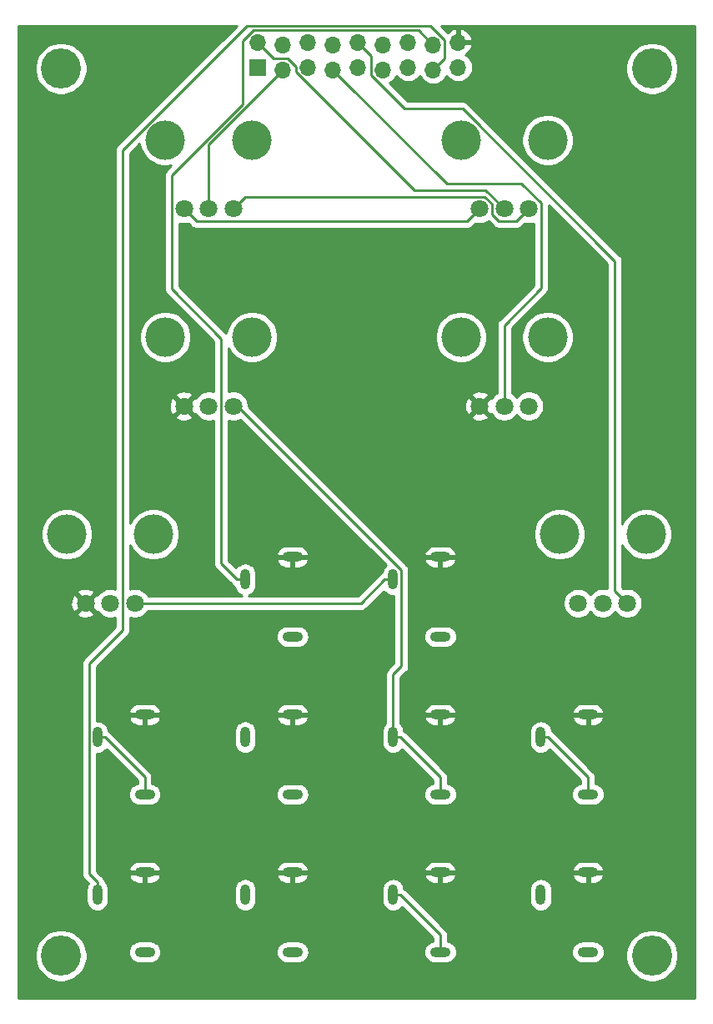
<source format=gbl>
G04 #@! TF.GenerationSoftware,KiCad,Pcbnew,(5.1.0)-1*
G04 #@! TF.CreationDate,2019-05-25T13:26:40-04:00*
G04 #@! TF.ProjectId,VCO_2_RevB_Interface,56434f5f-325f-4526-9576-425f496e7465,rev?*
G04 #@! TF.SameCoordinates,Original*
G04 #@! TF.FileFunction,Copper,L2,Bot*
G04 #@! TF.FilePolarity,Positive*
%FSLAX46Y46*%
G04 Gerber Fmt 4.6, Leading zero omitted, Abs format (unit mm)*
G04 Created by KiCad (PCBNEW (5.1.0)-1) date 2019-05-25 13:26:40*
%MOMM*%
%LPD*%
G04 APERTURE LIST*
%ADD10O,2.100000X1.000000*%
%ADD11O,1.000000X2.100000*%
%ADD12C,1.800000*%
%ADD13C,4.000000*%
%ADD14C,4.064000*%
%ADD15R,1.700000X1.700000*%
%ADD16O,1.700000X1.700000*%
%ADD17C,0.250000*%
%ADD18C,0.254000*%
G04 APERTURE END LIST*
D10*
X73500000Y-108650000D03*
D11*
X68700000Y-102850000D03*
D10*
X73500000Y-100550000D03*
X58500000Y-108650000D03*
D11*
X53700000Y-102850000D03*
D10*
X58500000Y-100550000D03*
X58500000Y-124650000D03*
D11*
X53700000Y-118850000D03*
D10*
X58500000Y-116550000D03*
X103500000Y-124650000D03*
D11*
X98700000Y-118850000D03*
D10*
X103500000Y-116550000D03*
X88500000Y-124650000D03*
D11*
X83700000Y-118850000D03*
D10*
X88500000Y-116550000D03*
X73500000Y-124650000D03*
D11*
X68700000Y-118850000D03*
D10*
X73500000Y-116550000D03*
X73500000Y-92650000D03*
D11*
X68700000Y-86850000D03*
D10*
X73500000Y-84550000D03*
X88500000Y-92650000D03*
D11*
X83700000Y-86850000D03*
D10*
X88500000Y-84550000D03*
X88500000Y-108650000D03*
D11*
X83700000Y-102850000D03*
D10*
X88500000Y-100550000D03*
X103500000Y-108650000D03*
D11*
X98700000Y-102850000D03*
D10*
X103500000Y-100550000D03*
D12*
X97500000Y-49250000D03*
X95000000Y-49250000D03*
X92500000Y-49250000D03*
D13*
X99400000Y-42250000D03*
X90600000Y-42250000D03*
D12*
X67500000Y-49250000D03*
X65000000Y-49250000D03*
X62500000Y-49250000D03*
D13*
X69400000Y-42250000D03*
X60600000Y-42250000D03*
D12*
X107500000Y-89250000D03*
X105000000Y-89250000D03*
X102500000Y-89250000D03*
D13*
X109400000Y-82250000D03*
X100600000Y-82250000D03*
D12*
X57500000Y-89250000D03*
X55000000Y-89250000D03*
X52500000Y-89250000D03*
D13*
X59400000Y-82250000D03*
X50600000Y-82250000D03*
D12*
X67500000Y-69250000D03*
X65000000Y-69250000D03*
X62500000Y-69250000D03*
D13*
X69400000Y-62250000D03*
X60600000Y-62250000D03*
D12*
X97500000Y-69250000D03*
X95000000Y-69250000D03*
X92500000Y-69250000D03*
D13*
X99400000Y-62250000D03*
X90600000Y-62250000D03*
D14*
X110000000Y-125000000D03*
X50000000Y-125000000D03*
X110000000Y-35000000D03*
X50000000Y-35000000D03*
D15*
X70000000Y-34873000D03*
D16*
X70000000Y-32333000D03*
X72540000Y-35127000D03*
X72540000Y-32587000D03*
X75080000Y-34873000D03*
X75080000Y-32333000D03*
X77620000Y-35127000D03*
X77620000Y-32587000D03*
X80160000Y-34873000D03*
X80160000Y-32333000D03*
X82700000Y-35127000D03*
X82700000Y-32587000D03*
X85240000Y-34873000D03*
X85240000Y-32333000D03*
X87780000Y-35127000D03*
X87780000Y-32587000D03*
X90320000Y-34873000D03*
X90320000Y-32333000D03*
D17*
X84450000Y-118850000D02*
X83700000Y-118850000D01*
X88500000Y-122900000D02*
X84450000Y-118850000D01*
X88500000Y-124650000D02*
X88500000Y-122900000D01*
X54450000Y-102850000D02*
X53700000Y-102850000D01*
X58500000Y-106900000D02*
X54450000Y-102850000D01*
X58500000Y-108650000D02*
X58500000Y-106900000D01*
X88963000Y-32106700D02*
X88963000Y-33944000D01*
X87539300Y-30683000D02*
X88963000Y-32106700D01*
X68864400Y-30683000D02*
X87539300Y-30683000D01*
X88963000Y-33944000D02*
X87780000Y-35127000D01*
X53700000Y-118850000D02*
X53700000Y-117550000D01*
X52874700Y-116724700D02*
X52874700Y-95367700D01*
X53700000Y-117550000D02*
X52874700Y-116724700D01*
X52874700Y-95367700D02*
X56249900Y-91992500D01*
X56249900Y-91992500D02*
X56249900Y-43297500D01*
X56249900Y-43297500D02*
X68864400Y-30683000D01*
X67874700Y-86850000D02*
X68700000Y-86850000D01*
X66250000Y-85225300D02*
X67874700Y-86850000D01*
X87780000Y-32587000D02*
X86326400Y-31133400D01*
X86326400Y-31133400D02*
X69518100Y-31133400D01*
X69518100Y-31133400D02*
X68452500Y-32199000D01*
X61250500Y-57389100D02*
X66250000Y-62388600D01*
X68452500Y-32199000D02*
X68452500Y-38639200D01*
X68452500Y-38639200D02*
X61250500Y-45841200D01*
X66250000Y-62388600D02*
X66250000Y-85225300D01*
X61250500Y-45841200D02*
X61250500Y-57389100D01*
X78469999Y-35976999D02*
X77620000Y-35127000D01*
X78476999Y-35976999D02*
X78469999Y-35976999D01*
X95000000Y-69250000D02*
X95000000Y-61034900D01*
X95000000Y-61034900D02*
X98730900Y-57304000D01*
X98730900Y-57304000D02*
X98730900Y-48670600D01*
X98730900Y-48670600D02*
X96767700Y-46707400D01*
X96767700Y-46707400D02*
X89207400Y-46707400D01*
X89207400Y-46707400D02*
X78476999Y-35976999D01*
X62500000Y-49250000D02*
X63748700Y-50498700D01*
X63748700Y-50498700D02*
X91251300Y-50498700D01*
X91251300Y-50498700D02*
X92500000Y-49250000D01*
X97500000Y-49250000D02*
X96251500Y-50498500D01*
X96251500Y-50498500D02*
X94463900Y-50498500D01*
X94463900Y-50498500D02*
X93750000Y-49784600D01*
X93750000Y-49784600D02*
X93750000Y-48738300D01*
X93750000Y-48738300D02*
X93020700Y-48009000D01*
X93020700Y-48009000D02*
X68741000Y-48009000D01*
X68741000Y-48009000D02*
X67500000Y-49250000D01*
X83700000Y-86850000D02*
X82874700Y-86850000D01*
X57500000Y-89250000D02*
X80474700Y-89250000D01*
X80474700Y-89250000D02*
X82874700Y-86850000D01*
X84564500Y-85896500D02*
X67918000Y-69250000D01*
X67918000Y-69250000D02*
X67500000Y-69250000D01*
X84450000Y-102850000D02*
X83700000Y-102850000D01*
X88500000Y-106900000D02*
X84450000Y-102850000D01*
X88500000Y-108650000D02*
X88500000Y-106900000D01*
X83700000Y-96500000D02*
X84564500Y-95635500D01*
X83700000Y-102850000D02*
X83700000Y-96500000D01*
X84564500Y-95635500D02*
X84564500Y-85896500D01*
X99450000Y-102850000D02*
X98700000Y-102850000D01*
X103500000Y-106900000D02*
X99450000Y-102850000D01*
X103500000Y-108650000D02*
X103500000Y-106900000D01*
X106225400Y-54516800D02*
X106225400Y-87975400D01*
X90772600Y-39064000D02*
X106225400Y-54516800D01*
X81009999Y-33182999D02*
X81009999Y-33209999D01*
X80160000Y-32333000D02*
X81009999Y-33182999D01*
X81009999Y-33209999D02*
X81500000Y-33700000D01*
X81500000Y-33700000D02*
X81500000Y-35666002D01*
X81500000Y-35666002D02*
X84897998Y-39064000D01*
X106225400Y-87975400D02*
X107500000Y-89250000D01*
X84897998Y-39064000D02*
X90772600Y-39064000D01*
X71690001Y-35976999D02*
X71690001Y-36009999D01*
X72540000Y-35127000D02*
X71690001Y-35976999D01*
X68902510Y-38797490D02*
X68902509Y-38825601D01*
X71690001Y-36009999D02*
X68902510Y-38797490D01*
X65000000Y-42728110D02*
X65000000Y-43500000D01*
X68902509Y-38825601D02*
X65000000Y-42728110D01*
X65000000Y-43500000D02*
X65000000Y-49250000D01*
X73031100Y-33951600D02*
X73897000Y-34817500D01*
X73897000Y-34817500D02*
X73897000Y-35356000D01*
X73897000Y-35356000D02*
X85881000Y-47340000D01*
X85881000Y-47340000D02*
X93090000Y-47340000D01*
X93090000Y-47340000D02*
X95000000Y-49250000D01*
X72751201Y-33951999D02*
X72751600Y-33951600D01*
X71618999Y-33951999D02*
X72751201Y-33951999D01*
X70000000Y-32333000D02*
X71618999Y-33951999D01*
X72751600Y-33951600D02*
X73031100Y-33951600D01*
D18*
G36*
X55738898Y-42733701D02*
G01*
X55709900Y-42757499D01*
X55686102Y-42786497D01*
X55686101Y-42786498D01*
X55614926Y-42873224D01*
X55544354Y-43005254D01*
X55500898Y-43148515D01*
X55486224Y-43297500D01*
X55489901Y-43334833D01*
X55489900Y-87791451D01*
X55447743Y-87773989D01*
X55151184Y-87715000D01*
X54848816Y-87715000D01*
X54552257Y-87773989D01*
X54272905Y-87889701D01*
X54021495Y-88057688D01*
X53807688Y-88271495D01*
X53712262Y-88414310D01*
X53564080Y-88365525D01*
X52679605Y-89250000D01*
X53564080Y-90134475D01*
X53712262Y-90085690D01*
X53807688Y-90228505D01*
X54021495Y-90442312D01*
X54272905Y-90610299D01*
X54552257Y-90726011D01*
X54848816Y-90785000D01*
X55151184Y-90785000D01*
X55447743Y-90726011D01*
X55489900Y-90708549D01*
X55489900Y-91677698D01*
X52363698Y-94803901D01*
X52334700Y-94827699D01*
X52310902Y-94856697D01*
X52310901Y-94856698D01*
X52239726Y-94943424D01*
X52169154Y-95075454D01*
X52125698Y-95218715D01*
X52111024Y-95367700D01*
X52114701Y-95405033D01*
X52114700Y-116687378D01*
X52111024Y-116724700D01*
X52114700Y-116762022D01*
X52114700Y-116762032D01*
X52125697Y-116873685D01*
X52167047Y-117009999D01*
X52169154Y-117016946D01*
X52239726Y-117148976D01*
X52266355Y-117181423D01*
X52334699Y-117264701D01*
X52363702Y-117288503D01*
X52748184Y-117672986D01*
X52646324Y-117863553D01*
X52581423Y-118077501D01*
X52565000Y-118244248D01*
X52565000Y-119455751D01*
X52581423Y-119622498D01*
X52646324Y-119836446D01*
X52751716Y-120033623D01*
X52893551Y-120206449D01*
X53066377Y-120348284D01*
X53263553Y-120453676D01*
X53477501Y-120518577D01*
X53700000Y-120540491D01*
X53922498Y-120518577D01*
X54136446Y-120453676D01*
X54333623Y-120348284D01*
X54506449Y-120206449D01*
X54648284Y-120033623D01*
X54753676Y-119836447D01*
X54818577Y-119622499D01*
X54835000Y-119455752D01*
X54835000Y-118244248D01*
X67565000Y-118244248D01*
X67565000Y-119455751D01*
X67581423Y-119622498D01*
X67646324Y-119836446D01*
X67751716Y-120033623D01*
X67893551Y-120206449D01*
X68066377Y-120348284D01*
X68263553Y-120453676D01*
X68477501Y-120518577D01*
X68700000Y-120540491D01*
X68922498Y-120518577D01*
X69136446Y-120453676D01*
X69333623Y-120348284D01*
X69506449Y-120206449D01*
X69648284Y-120033623D01*
X69753676Y-119836447D01*
X69818577Y-119622499D01*
X69835000Y-119455752D01*
X69835000Y-118244248D01*
X82565000Y-118244248D01*
X82565000Y-119455751D01*
X82581423Y-119622498D01*
X82646324Y-119836446D01*
X82751716Y-120033623D01*
X82893551Y-120206449D01*
X83066377Y-120348284D01*
X83263553Y-120453676D01*
X83477501Y-120518577D01*
X83700000Y-120540491D01*
X83922498Y-120518577D01*
X84136446Y-120453676D01*
X84333623Y-120348284D01*
X84506449Y-120206449D01*
X84607958Y-120082760D01*
X87740001Y-123214803D01*
X87740001Y-123530192D01*
X87727501Y-123531423D01*
X87513553Y-123596324D01*
X87316377Y-123701716D01*
X87143551Y-123843551D01*
X87001716Y-124016377D01*
X86896324Y-124213553D01*
X86831423Y-124427501D01*
X86809509Y-124650000D01*
X86831423Y-124872499D01*
X86896324Y-125086447D01*
X87001716Y-125283623D01*
X87143551Y-125456449D01*
X87316377Y-125598284D01*
X87513553Y-125703676D01*
X87727501Y-125768577D01*
X87894248Y-125785000D01*
X89105752Y-125785000D01*
X89272499Y-125768577D01*
X89486447Y-125703676D01*
X89683623Y-125598284D01*
X89856449Y-125456449D01*
X89998284Y-125283623D01*
X90103676Y-125086447D01*
X90168577Y-124872499D01*
X90190491Y-124650000D01*
X101809509Y-124650000D01*
X101831423Y-124872499D01*
X101896324Y-125086447D01*
X102001716Y-125283623D01*
X102143551Y-125456449D01*
X102316377Y-125598284D01*
X102513553Y-125703676D01*
X102727501Y-125768577D01*
X102894248Y-125785000D01*
X104105752Y-125785000D01*
X104272499Y-125768577D01*
X104486447Y-125703676D01*
X104683623Y-125598284D01*
X104856449Y-125456449D01*
X104998284Y-125283623D01*
X105103676Y-125086447D01*
X105168577Y-124872499D01*
X105181890Y-124737323D01*
X107333000Y-124737323D01*
X107333000Y-125262677D01*
X107435492Y-125777935D01*
X107636536Y-126263298D01*
X107928406Y-126700113D01*
X108299887Y-127071594D01*
X108736702Y-127363464D01*
X109222065Y-127564508D01*
X109737323Y-127667000D01*
X110262677Y-127667000D01*
X110777935Y-127564508D01*
X111263298Y-127363464D01*
X111700113Y-127071594D01*
X112071594Y-126700113D01*
X112363464Y-126263298D01*
X112564508Y-125777935D01*
X112667000Y-125262677D01*
X112667000Y-124737323D01*
X112564508Y-124222065D01*
X112363464Y-123736702D01*
X112071594Y-123299887D01*
X111700113Y-122928406D01*
X111263298Y-122636536D01*
X110777935Y-122435492D01*
X110262677Y-122333000D01*
X109737323Y-122333000D01*
X109222065Y-122435492D01*
X108736702Y-122636536D01*
X108299887Y-122928406D01*
X107928406Y-123299887D01*
X107636536Y-123736702D01*
X107435492Y-124222065D01*
X107333000Y-124737323D01*
X105181890Y-124737323D01*
X105190491Y-124650000D01*
X105168577Y-124427501D01*
X105103676Y-124213553D01*
X104998284Y-124016377D01*
X104856449Y-123843551D01*
X104683623Y-123701716D01*
X104486447Y-123596324D01*
X104272499Y-123531423D01*
X104105752Y-123515000D01*
X102894248Y-123515000D01*
X102727501Y-123531423D01*
X102513553Y-123596324D01*
X102316377Y-123701716D01*
X102143551Y-123843551D01*
X102001716Y-124016377D01*
X101896324Y-124213553D01*
X101831423Y-124427501D01*
X101809509Y-124650000D01*
X90190491Y-124650000D01*
X90168577Y-124427501D01*
X90103676Y-124213553D01*
X89998284Y-124016377D01*
X89856449Y-123843551D01*
X89683623Y-123701716D01*
X89486447Y-123596324D01*
X89272499Y-123531423D01*
X89260000Y-123530192D01*
X89260000Y-122937323D01*
X89263676Y-122900000D01*
X89260000Y-122862677D01*
X89260000Y-122862667D01*
X89249003Y-122751014D01*
X89205546Y-122607753D01*
X89134974Y-122475723D01*
X89063799Y-122388997D01*
X89040001Y-122359999D01*
X89011003Y-122336201D01*
X85013804Y-118339003D01*
X84990001Y-118309999D01*
X84909884Y-118244248D01*
X97565000Y-118244248D01*
X97565000Y-119455751D01*
X97581423Y-119622498D01*
X97646324Y-119836446D01*
X97751716Y-120033623D01*
X97893551Y-120206449D01*
X98066377Y-120348284D01*
X98263553Y-120453676D01*
X98477501Y-120518577D01*
X98700000Y-120540491D01*
X98922498Y-120518577D01*
X99136446Y-120453676D01*
X99333623Y-120348284D01*
X99506449Y-120206449D01*
X99648284Y-120033623D01*
X99753676Y-119836447D01*
X99818577Y-119622499D01*
X99835000Y-119455752D01*
X99835000Y-118244248D01*
X99818577Y-118077501D01*
X99753676Y-117863553D01*
X99648284Y-117666377D01*
X99506449Y-117493551D01*
X99333623Y-117351716D01*
X99136447Y-117246324D01*
X98922499Y-117181423D01*
X98700000Y-117159509D01*
X98477502Y-117181423D01*
X98263554Y-117246324D01*
X98066378Y-117351716D01*
X97893552Y-117493551D01*
X97751717Y-117666377D01*
X97646324Y-117863553D01*
X97581423Y-118077501D01*
X97565000Y-118244248D01*
X84909884Y-118244248D01*
X84874276Y-118215026D01*
X84829779Y-118191242D01*
X84818577Y-118077501D01*
X84753676Y-117863553D01*
X84648284Y-117666377D01*
X84506449Y-117493551D01*
X84333623Y-117351716D01*
X84136447Y-117246324D01*
X83922499Y-117181423D01*
X83700000Y-117159509D01*
X83477502Y-117181423D01*
X83263554Y-117246324D01*
X83066378Y-117351716D01*
X82893552Y-117493551D01*
X82751717Y-117666377D01*
X82646324Y-117863553D01*
X82581423Y-118077501D01*
X82565000Y-118244248D01*
X69835000Y-118244248D01*
X69818577Y-118077501D01*
X69753676Y-117863553D01*
X69648284Y-117666377D01*
X69506449Y-117493551D01*
X69333623Y-117351716D01*
X69136447Y-117246324D01*
X68922499Y-117181423D01*
X68700000Y-117159509D01*
X68477502Y-117181423D01*
X68263554Y-117246324D01*
X68066378Y-117351716D01*
X67893552Y-117493551D01*
X67751717Y-117666377D01*
X67646324Y-117863553D01*
X67581423Y-118077501D01*
X67565000Y-118244248D01*
X54835000Y-118244248D01*
X54818577Y-118077501D01*
X54753676Y-117863553D01*
X54648284Y-117666377D01*
X54506449Y-117493551D01*
X54453867Y-117450398D01*
X54449003Y-117401014D01*
X54405546Y-117257753D01*
X54334974Y-117125724D01*
X54321811Y-117109685D01*
X54263799Y-117038996D01*
X54263795Y-117038992D01*
X54240001Y-117009999D01*
X54211008Y-116986205D01*
X54076677Y-116851874D01*
X56855881Y-116851874D01*
X56935724Y-117074976D01*
X57057631Y-117262764D01*
X57213831Y-117423161D01*
X57398322Y-117550003D01*
X57604013Y-117638415D01*
X57823000Y-117685000D01*
X58373000Y-117685000D01*
X58373000Y-116677000D01*
X58627000Y-116677000D01*
X58627000Y-117685000D01*
X59177000Y-117685000D01*
X59395987Y-117638415D01*
X59601678Y-117550003D01*
X59786169Y-117423161D01*
X59942369Y-117262764D01*
X60064276Y-117074976D01*
X60144119Y-116851874D01*
X71855881Y-116851874D01*
X71935724Y-117074976D01*
X72057631Y-117262764D01*
X72213831Y-117423161D01*
X72398322Y-117550003D01*
X72604013Y-117638415D01*
X72823000Y-117685000D01*
X73373000Y-117685000D01*
X73373000Y-116677000D01*
X73627000Y-116677000D01*
X73627000Y-117685000D01*
X74177000Y-117685000D01*
X74395987Y-117638415D01*
X74601678Y-117550003D01*
X74786169Y-117423161D01*
X74942369Y-117262764D01*
X75064276Y-117074976D01*
X75144119Y-116851874D01*
X86855881Y-116851874D01*
X86935724Y-117074976D01*
X87057631Y-117262764D01*
X87213831Y-117423161D01*
X87398322Y-117550003D01*
X87604013Y-117638415D01*
X87823000Y-117685000D01*
X88373000Y-117685000D01*
X88373000Y-116677000D01*
X88627000Y-116677000D01*
X88627000Y-117685000D01*
X89177000Y-117685000D01*
X89395987Y-117638415D01*
X89601678Y-117550003D01*
X89786169Y-117423161D01*
X89942369Y-117262764D01*
X90064276Y-117074976D01*
X90144119Y-116851874D01*
X101855881Y-116851874D01*
X101935724Y-117074976D01*
X102057631Y-117262764D01*
X102213831Y-117423161D01*
X102398322Y-117550003D01*
X102604013Y-117638415D01*
X102823000Y-117685000D01*
X103373000Y-117685000D01*
X103373000Y-116677000D01*
X103627000Y-116677000D01*
X103627000Y-117685000D01*
X104177000Y-117685000D01*
X104395987Y-117638415D01*
X104601678Y-117550003D01*
X104786169Y-117423161D01*
X104942369Y-117262764D01*
X105064276Y-117074976D01*
X105144119Y-116851874D01*
X105017954Y-116677000D01*
X103627000Y-116677000D01*
X103373000Y-116677000D01*
X101982046Y-116677000D01*
X101855881Y-116851874D01*
X90144119Y-116851874D01*
X90017954Y-116677000D01*
X88627000Y-116677000D01*
X88373000Y-116677000D01*
X86982046Y-116677000D01*
X86855881Y-116851874D01*
X75144119Y-116851874D01*
X75017954Y-116677000D01*
X73627000Y-116677000D01*
X73373000Y-116677000D01*
X71982046Y-116677000D01*
X71855881Y-116851874D01*
X60144119Y-116851874D01*
X60017954Y-116677000D01*
X58627000Y-116677000D01*
X58373000Y-116677000D01*
X56982046Y-116677000D01*
X56855881Y-116851874D01*
X54076677Y-116851874D01*
X53634700Y-116409898D01*
X53634700Y-116248126D01*
X56855881Y-116248126D01*
X56982046Y-116423000D01*
X58373000Y-116423000D01*
X58373000Y-116403000D01*
X58627000Y-116403000D01*
X58627000Y-116423000D01*
X60017954Y-116423000D01*
X60144119Y-116248126D01*
X71855881Y-116248126D01*
X71982046Y-116423000D01*
X73373000Y-116423000D01*
X73373000Y-116403000D01*
X73627000Y-116403000D01*
X73627000Y-116423000D01*
X75017954Y-116423000D01*
X75144119Y-116248126D01*
X86855881Y-116248126D01*
X86982046Y-116423000D01*
X88373000Y-116423000D01*
X88373000Y-116403000D01*
X88627000Y-116403000D01*
X88627000Y-116423000D01*
X90017954Y-116423000D01*
X90144119Y-116248126D01*
X101855881Y-116248126D01*
X101982046Y-116423000D01*
X103373000Y-116423000D01*
X103373000Y-116403000D01*
X103627000Y-116403000D01*
X103627000Y-116423000D01*
X105017954Y-116423000D01*
X105144119Y-116248126D01*
X105064276Y-116025024D01*
X104942369Y-115837236D01*
X104786169Y-115676839D01*
X104601678Y-115549997D01*
X104395987Y-115461585D01*
X104177000Y-115415000D01*
X102823000Y-115415000D01*
X102604013Y-115461585D01*
X102398322Y-115549997D01*
X102213831Y-115676839D01*
X102057631Y-115837236D01*
X101935724Y-116025024D01*
X101855881Y-116248126D01*
X90144119Y-116248126D01*
X90064276Y-116025024D01*
X89942369Y-115837236D01*
X89786169Y-115676839D01*
X89601678Y-115549997D01*
X89395987Y-115461585D01*
X89177000Y-115415000D01*
X87823000Y-115415000D01*
X87604013Y-115461585D01*
X87398322Y-115549997D01*
X87213831Y-115676839D01*
X87057631Y-115837236D01*
X86935724Y-116025024D01*
X86855881Y-116248126D01*
X75144119Y-116248126D01*
X75064276Y-116025024D01*
X74942369Y-115837236D01*
X74786169Y-115676839D01*
X74601678Y-115549997D01*
X74395987Y-115461585D01*
X74177000Y-115415000D01*
X72823000Y-115415000D01*
X72604013Y-115461585D01*
X72398322Y-115549997D01*
X72213831Y-115676839D01*
X72057631Y-115837236D01*
X71935724Y-116025024D01*
X71855881Y-116248126D01*
X60144119Y-116248126D01*
X60064276Y-116025024D01*
X59942369Y-115837236D01*
X59786169Y-115676839D01*
X59601678Y-115549997D01*
X59395987Y-115461585D01*
X59177000Y-115415000D01*
X57823000Y-115415000D01*
X57604013Y-115461585D01*
X57398322Y-115549997D01*
X57213831Y-115676839D01*
X57057631Y-115837236D01*
X56935724Y-116025024D01*
X56855881Y-116248126D01*
X53634700Y-116248126D01*
X53634700Y-104534060D01*
X53700000Y-104540491D01*
X53922498Y-104518577D01*
X54136446Y-104453676D01*
X54333623Y-104348284D01*
X54506449Y-104206449D01*
X54607958Y-104082760D01*
X57740001Y-107214803D01*
X57740001Y-107530192D01*
X57727501Y-107531423D01*
X57513553Y-107596324D01*
X57316377Y-107701716D01*
X57143551Y-107843551D01*
X57001716Y-108016377D01*
X56896324Y-108213553D01*
X56831423Y-108427501D01*
X56809509Y-108650000D01*
X56831423Y-108872499D01*
X56896324Y-109086447D01*
X57001716Y-109283623D01*
X57143551Y-109456449D01*
X57316377Y-109598284D01*
X57513553Y-109703676D01*
X57727501Y-109768577D01*
X57894248Y-109785000D01*
X59105752Y-109785000D01*
X59272499Y-109768577D01*
X59486447Y-109703676D01*
X59683623Y-109598284D01*
X59856449Y-109456449D01*
X59998284Y-109283623D01*
X60103676Y-109086447D01*
X60168577Y-108872499D01*
X60190491Y-108650000D01*
X71809509Y-108650000D01*
X71831423Y-108872499D01*
X71896324Y-109086447D01*
X72001716Y-109283623D01*
X72143551Y-109456449D01*
X72316377Y-109598284D01*
X72513553Y-109703676D01*
X72727501Y-109768577D01*
X72894248Y-109785000D01*
X74105752Y-109785000D01*
X74272499Y-109768577D01*
X74486447Y-109703676D01*
X74683623Y-109598284D01*
X74856449Y-109456449D01*
X74998284Y-109283623D01*
X75103676Y-109086447D01*
X75168577Y-108872499D01*
X75190491Y-108650000D01*
X75168577Y-108427501D01*
X75103676Y-108213553D01*
X74998284Y-108016377D01*
X74856449Y-107843551D01*
X74683623Y-107701716D01*
X74486447Y-107596324D01*
X74272499Y-107531423D01*
X74105752Y-107515000D01*
X72894248Y-107515000D01*
X72727501Y-107531423D01*
X72513553Y-107596324D01*
X72316377Y-107701716D01*
X72143551Y-107843551D01*
X72001716Y-108016377D01*
X71896324Y-108213553D01*
X71831423Y-108427501D01*
X71809509Y-108650000D01*
X60190491Y-108650000D01*
X60168577Y-108427501D01*
X60103676Y-108213553D01*
X59998284Y-108016377D01*
X59856449Y-107843551D01*
X59683623Y-107701716D01*
X59486447Y-107596324D01*
X59272499Y-107531423D01*
X59260000Y-107530192D01*
X59260000Y-106937323D01*
X59263676Y-106900000D01*
X59260000Y-106862677D01*
X59260000Y-106862667D01*
X59249003Y-106751014D01*
X59205546Y-106607753D01*
X59134974Y-106475723D01*
X59063799Y-106388997D01*
X59040001Y-106359999D01*
X59011003Y-106336201D01*
X55013804Y-102339003D01*
X54990001Y-102309999D01*
X54909884Y-102244248D01*
X67565000Y-102244248D01*
X67565000Y-103455751D01*
X67581423Y-103622498D01*
X67646324Y-103836446D01*
X67751716Y-104033623D01*
X67893551Y-104206449D01*
X68066377Y-104348284D01*
X68263553Y-104453676D01*
X68477501Y-104518577D01*
X68700000Y-104540491D01*
X68922498Y-104518577D01*
X69136446Y-104453676D01*
X69333623Y-104348284D01*
X69506449Y-104206449D01*
X69648284Y-104033623D01*
X69753676Y-103836447D01*
X69818577Y-103622499D01*
X69835000Y-103455752D01*
X69835000Y-102244248D01*
X69818577Y-102077501D01*
X69753676Y-101863553D01*
X69648284Y-101666377D01*
X69506449Y-101493551D01*
X69333623Y-101351716D01*
X69136447Y-101246324D01*
X68922499Y-101181423D01*
X68700000Y-101159509D01*
X68477502Y-101181423D01*
X68263554Y-101246324D01*
X68066378Y-101351716D01*
X67893552Y-101493551D01*
X67751717Y-101666377D01*
X67646324Y-101863553D01*
X67581423Y-102077501D01*
X67565000Y-102244248D01*
X54909884Y-102244248D01*
X54874276Y-102215026D01*
X54829779Y-102191242D01*
X54818577Y-102077501D01*
X54753676Y-101863553D01*
X54648284Y-101666377D01*
X54506449Y-101493551D01*
X54333623Y-101351716D01*
X54136447Y-101246324D01*
X53922499Y-101181423D01*
X53700000Y-101159509D01*
X53634700Y-101165940D01*
X53634700Y-100851874D01*
X56855881Y-100851874D01*
X56935724Y-101074976D01*
X57057631Y-101262764D01*
X57213831Y-101423161D01*
X57398322Y-101550003D01*
X57604013Y-101638415D01*
X57823000Y-101685000D01*
X58373000Y-101685000D01*
X58373000Y-100677000D01*
X58627000Y-100677000D01*
X58627000Y-101685000D01*
X59177000Y-101685000D01*
X59395987Y-101638415D01*
X59601678Y-101550003D01*
X59786169Y-101423161D01*
X59942369Y-101262764D01*
X60064276Y-101074976D01*
X60144119Y-100851874D01*
X71855881Y-100851874D01*
X71935724Y-101074976D01*
X72057631Y-101262764D01*
X72213831Y-101423161D01*
X72398322Y-101550003D01*
X72604013Y-101638415D01*
X72823000Y-101685000D01*
X73373000Y-101685000D01*
X73373000Y-100677000D01*
X73627000Y-100677000D01*
X73627000Y-101685000D01*
X74177000Y-101685000D01*
X74395987Y-101638415D01*
X74601678Y-101550003D01*
X74786169Y-101423161D01*
X74942369Y-101262764D01*
X75064276Y-101074976D01*
X75144119Y-100851874D01*
X75017954Y-100677000D01*
X73627000Y-100677000D01*
X73373000Y-100677000D01*
X71982046Y-100677000D01*
X71855881Y-100851874D01*
X60144119Y-100851874D01*
X60017954Y-100677000D01*
X58627000Y-100677000D01*
X58373000Y-100677000D01*
X56982046Y-100677000D01*
X56855881Y-100851874D01*
X53634700Y-100851874D01*
X53634700Y-100248126D01*
X56855881Y-100248126D01*
X56982046Y-100423000D01*
X58373000Y-100423000D01*
X58373000Y-100403000D01*
X58627000Y-100403000D01*
X58627000Y-100423000D01*
X60017954Y-100423000D01*
X60144119Y-100248126D01*
X71855881Y-100248126D01*
X71982046Y-100423000D01*
X73373000Y-100423000D01*
X73373000Y-100403000D01*
X73627000Y-100403000D01*
X73627000Y-100423000D01*
X75017954Y-100423000D01*
X75144119Y-100248126D01*
X75064276Y-100025024D01*
X74942369Y-99837236D01*
X74786169Y-99676839D01*
X74601678Y-99549997D01*
X74395987Y-99461585D01*
X74177000Y-99415000D01*
X72823000Y-99415000D01*
X72604013Y-99461585D01*
X72398322Y-99549997D01*
X72213831Y-99676839D01*
X72057631Y-99837236D01*
X71935724Y-100025024D01*
X71855881Y-100248126D01*
X60144119Y-100248126D01*
X60064276Y-100025024D01*
X59942369Y-99837236D01*
X59786169Y-99676839D01*
X59601678Y-99549997D01*
X59395987Y-99461585D01*
X59177000Y-99415000D01*
X57823000Y-99415000D01*
X57604013Y-99461585D01*
X57398322Y-99549997D01*
X57213831Y-99676839D01*
X57057631Y-99837236D01*
X56935724Y-100025024D01*
X56855881Y-100248126D01*
X53634700Y-100248126D01*
X53634700Y-95682501D01*
X56667201Y-92650000D01*
X71809509Y-92650000D01*
X71831423Y-92872499D01*
X71896324Y-93086447D01*
X72001716Y-93283623D01*
X72143551Y-93456449D01*
X72316377Y-93598284D01*
X72513553Y-93703676D01*
X72727501Y-93768577D01*
X72894248Y-93785000D01*
X74105752Y-93785000D01*
X74272499Y-93768577D01*
X74486447Y-93703676D01*
X74683623Y-93598284D01*
X74856449Y-93456449D01*
X74998284Y-93283623D01*
X75103676Y-93086447D01*
X75168577Y-92872499D01*
X75190491Y-92650000D01*
X75168577Y-92427501D01*
X75103676Y-92213553D01*
X74998284Y-92016377D01*
X74856449Y-91843551D01*
X74683623Y-91701716D01*
X74486447Y-91596324D01*
X74272499Y-91531423D01*
X74105752Y-91515000D01*
X72894248Y-91515000D01*
X72727501Y-91531423D01*
X72513553Y-91596324D01*
X72316377Y-91701716D01*
X72143551Y-91843551D01*
X72001716Y-92016377D01*
X71896324Y-92213553D01*
X71831423Y-92427501D01*
X71809509Y-92650000D01*
X56667201Y-92650000D01*
X56760904Y-92556298D01*
X56789901Y-92532501D01*
X56884874Y-92416776D01*
X56955446Y-92284747D01*
X56998903Y-92141486D01*
X57009900Y-92029833D01*
X57009900Y-92029832D01*
X57013577Y-91992500D01*
X57009900Y-91955167D01*
X57009900Y-90708466D01*
X57052257Y-90726011D01*
X57348816Y-90785000D01*
X57651184Y-90785000D01*
X57947743Y-90726011D01*
X58227095Y-90610299D01*
X58478505Y-90442312D01*
X58692312Y-90228505D01*
X58838313Y-90010000D01*
X80437378Y-90010000D01*
X80474700Y-90013676D01*
X80512022Y-90010000D01*
X80512033Y-90010000D01*
X80623686Y-89999003D01*
X80766947Y-89955546D01*
X80898976Y-89884974D01*
X81014701Y-89790001D01*
X81038504Y-89760997D01*
X82758100Y-88041402D01*
X82893551Y-88206449D01*
X83066377Y-88348284D01*
X83263553Y-88453676D01*
X83477501Y-88518577D01*
X83700000Y-88540491D01*
X83804501Y-88530199D01*
X83804500Y-95320698D01*
X83188998Y-95936201D01*
X83160000Y-95959999D01*
X83136202Y-95988997D01*
X83136201Y-95988998D01*
X83065026Y-96075724D01*
X82994454Y-96207754D01*
X82950998Y-96351015D01*
X82936324Y-96500000D01*
X82940001Y-96537332D01*
X82940000Y-101455432D01*
X82893552Y-101493551D01*
X82751717Y-101666377D01*
X82646324Y-101863553D01*
X82581423Y-102077501D01*
X82565000Y-102244248D01*
X82565000Y-103455751D01*
X82581423Y-103622498D01*
X82646324Y-103836446D01*
X82751716Y-104033623D01*
X82893551Y-104206449D01*
X83066377Y-104348284D01*
X83263553Y-104453676D01*
X83477501Y-104518577D01*
X83700000Y-104540491D01*
X83922498Y-104518577D01*
X84136446Y-104453676D01*
X84333623Y-104348284D01*
X84506449Y-104206449D01*
X84607958Y-104082760D01*
X87740001Y-107214803D01*
X87740001Y-107530192D01*
X87727501Y-107531423D01*
X87513553Y-107596324D01*
X87316377Y-107701716D01*
X87143551Y-107843551D01*
X87001716Y-108016377D01*
X86896324Y-108213553D01*
X86831423Y-108427501D01*
X86809509Y-108650000D01*
X86831423Y-108872499D01*
X86896324Y-109086447D01*
X87001716Y-109283623D01*
X87143551Y-109456449D01*
X87316377Y-109598284D01*
X87513553Y-109703676D01*
X87727501Y-109768577D01*
X87894248Y-109785000D01*
X89105752Y-109785000D01*
X89272499Y-109768577D01*
X89486447Y-109703676D01*
X89683623Y-109598284D01*
X89856449Y-109456449D01*
X89998284Y-109283623D01*
X90103676Y-109086447D01*
X90168577Y-108872499D01*
X90190491Y-108650000D01*
X90168577Y-108427501D01*
X90103676Y-108213553D01*
X89998284Y-108016377D01*
X89856449Y-107843551D01*
X89683623Y-107701716D01*
X89486447Y-107596324D01*
X89272499Y-107531423D01*
X89260000Y-107530192D01*
X89260000Y-106937323D01*
X89263676Y-106900000D01*
X89260000Y-106862677D01*
X89260000Y-106862667D01*
X89249003Y-106751014D01*
X89205546Y-106607753D01*
X89134974Y-106475723D01*
X89063799Y-106388997D01*
X89040001Y-106359999D01*
X89011003Y-106336201D01*
X85013804Y-102339003D01*
X84990001Y-102309999D01*
X84909884Y-102244248D01*
X97565000Y-102244248D01*
X97565000Y-103455751D01*
X97581423Y-103622498D01*
X97646324Y-103836446D01*
X97751716Y-104033623D01*
X97893551Y-104206449D01*
X98066377Y-104348284D01*
X98263553Y-104453676D01*
X98477501Y-104518577D01*
X98700000Y-104540491D01*
X98922498Y-104518577D01*
X99136446Y-104453676D01*
X99333623Y-104348284D01*
X99506449Y-104206449D01*
X99607958Y-104082760D01*
X102740001Y-107214803D01*
X102740001Y-107530192D01*
X102727501Y-107531423D01*
X102513553Y-107596324D01*
X102316377Y-107701716D01*
X102143551Y-107843551D01*
X102001716Y-108016377D01*
X101896324Y-108213553D01*
X101831423Y-108427501D01*
X101809509Y-108650000D01*
X101831423Y-108872499D01*
X101896324Y-109086447D01*
X102001716Y-109283623D01*
X102143551Y-109456449D01*
X102316377Y-109598284D01*
X102513553Y-109703676D01*
X102727501Y-109768577D01*
X102894248Y-109785000D01*
X104105752Y-109785000D01*
X104272499Y-109768577D01*
X104486447Y-109703676D01*
X104683623Y-109598284D01*
X104856449Y-109456449D01*
X104998284Y-109283623D01*
X105103676Y-109086447D01*
X105168577Y-108872499D01*
X105190491Y-108650000D01*
X105168577Y-108427501D01*
X105103676Y-108213553D01*
X104998284Y-108016377D01*
X104856449Y-107843551D01*
X104683623Y-107701716D01*
X104486447Y-107596324D01*
X104272499Y-107531423D01*
X104260000Y-107530192D01*
X104260000Y-106937323D01*
X104263676Y-106900000D01*
X104260000Y-106862677D01*
X104260000Y-106862667D01*
X104249003Y-106751014D01*
X104205546Y-106607753D01*
X104134974Y-106475723D01*
X104063799Y-106388997D01*
X104040001Y-106359999D01*
X104011003Y-106336201D01*
X100013804Y-102339003D01*
X99990001Y-102309999D01*
X99874276Y-102215026D01*
X99829779Y-102191242D01*
X99818577Y-102077501D01*
X99753676Y-101863553D01*
X99648284Y-101666377D01*
X99506449Y-101493551D01*
X99333623Y-101351716D01*
X99136447Y-101246324D01*
X98922499Y-101181423D01*
X98700000Y-101159509D01*
X98477502Y-101181423D01*
X98263554Y-101246324D01*
X98066378Y-101351716D01*
X97893552Y-101493551D01*
X97751717Y-101666377D01*
X97646324Y-101863553D01*
X97581423Y-102077501D01*
X97565000Y-102244248D01*
X84909884Y-102244248D01*
X84874276Y-102215026D01*
X84829779Y-102191242D01*
X84818577Y-102077501D01*
X84753676Y-101863553D01*
X84648284Y-101666377D01*
X84506449Y-101493551D01*
X84460000Y-101455431D01*
X84460000Y-100851874D01*
X86855881Y-100851874D01*
X86935724Y-101074976D01*
X87057631Y-101262764D01*
X87213831Y-101423161D01*
X87398322Y-101550003D01*
X87604013Y-101638415D01*
X87823000Y-101685000D01*
X88373000Y-101685000D01*
X88373000Y-100677000D01*
X88627000Y-100677000D01*
X88627000Y-101685000D01*
X89177000Y-101685000D01*
X89395987Y-101638415D01*
X89601678Y-101550003D01*
X89786169Y-101423161D01*
X89942369Y-101262764D01*
X90064276Y-101074976D01*
X90144119Y-100851874D01*
X101855881Y-100851874D01*
X101935724Y-101074976D01*
X102057631Y-101262764D01*
X102213831Y-101423161D01*
X102398322Y-101550003D01*
X102604013Y-101638415D01*
X102823000Y-101685000D01*
X103373000Y-101685000D01*
X103373000Y-100677000D01*
X103627000Y-100677000D01*
X103627000Y-101685000D01*
X104177000Y-101685000D01*
X104395987Y-101638415D01*
X104601678Y-101550003D01*
X104786169Y-101423161D01*
X104942369Y-101262764D01*
X105064276Y-101074976D01*
X105144119Y-100851874D01*
X105017954Y-100677000D01*
X103627000Y-100677000D01*
X103373000Y-100677000D01*
X101982046Y-100677000D01*
X101855881Y-100851874D01*
X90144119Y-100851874D01*
X90017954Y-100677000D01*
X88627000Y-100677000D01*
X88373000Y-100677000D01*
X86982046Y-100677000D01*
X86855881Y-100851874D01*
X84460000Y-100851874D01*
X84460000Y-100248126D01*
X86855881Y-100248126D01*
X86982046Y-100423000D01*
X88373000Y-100423000D01*
X88373000Y-100403000D01*
X88627000Y-100403000D01*
X88627000Y-100423000D01*
X90017954Y-100423000D01*
X90144119Y-100248126D01*
X101855881Y-100248126D01*
X101982046Y-100423000D01*
X103373000Y-100423000D01*
X103373000Y-100403000D01*
X103627000Y-100403000D01*
X103627000Y-100423000D01*
X105017954Y-100423000D01*
X105144119Y-100248126D01*
X105064276Y-100025024D01*
X104942369Y-99837236D01*
X104786169Y-99676839D01*
X104601678Y-99549997D01*
X104395987Y-99461585D01*
X104177000Y-99415000D01*
X102823000Y-99415000D01*
X102604013Y-99461585D01*
X102398322Y-99549997D01*
X102213831Y-99676839D01*
X102057631Y-99837236D01*
X101935724Y-100025024D01*
X101855881Y-100248126D01*
X90144119Y-100248126D01*
X90064276Y-100025024D01*
X89942369Y-99837236D01*
X89786169Y-99676839D01*
X89601678Y-99549997D01*
X89395987Y-99461585D01*
X89177000Y-99415000D01*
X87823000Y-99415000D01*
X87604013Y-99461585D01*
X87398322Y-99549997D01*
X87213831Y-99676839D01*
X87057631Y-99837236D01*
X86935724Y-100025024D01*
X86855881Y-100248126D01*
X84460000Y-100248126D01*
X84460000Y-96814801D01*
X85075504Y-96199298D01*
X85104501Y-96175501D01*
X85199474Y-96059776D01*
X85270046Y-95927747D01*
X85313503Y-95784486D01*
X85324500Y-95672833D01*
X85324500Y-95672832D01*
X85328177Y-95635500D01*
X85324500Y-95598167D01*
X85324500Y-92650000D01*
X86809509Y-92650000D01*
X86831423Y-92872499D01*
X86896324Y-93086447D01*
X87001716Y-93283623D01*
X87143551Y-93456449D01*
X87316377Y-93598284D01*
X87513553Y-93703676D01*
X87727501Y-93768577D01*
X87894248Y-93785000D01*
X89105752Y-93785000D01*
X89272499Y-93768577D01*
X89486447Y-93703676D01*
X89683623Y-93598284D01*
X89856449Y-93456449D01*
X89998284Y-93283623D01*
X90103676Y-93086447D01*
X90168577Y-92872499D01*
X90190491Y-92650000D01*
X90168577Y-92427501D01*
X90103676Y-92213553D01*
X89998284Y-92016377D01*
X89856449Y-91843551D01*
X89683623Y-91701716D01*
X89486447Y-91596324D01*
X89272499Y-91531423D01*
X89105752Y-91515000D01*
X87894248Y-91515000D01*
X87727501Y-91531423D01*
X87513553Y-91596324D01*
X87316377Y-91701716D01*
X87143551Y-91843551D01*
X87001716Y-92016377D01*
X86896324Y-92213553D01*
X86831423Y-92427501D01*
X86809509Y-92650000D01*
X85324500Y-92650000D01*
X85324500Y-85933822D01*
X85328176Y-85896499D01*
X85324500Y-85859176D01*
X85324500Y-85859167D01*
X85313503Y-85747514D01*
X85270046Y-85604253D01*
X85199474Y-85472223D01*
X85128299Y-85385497D01*
X85104501Y-85356499D01*
X85075503Y-85332701D01*
X84594676Y-84851874D01*
X86855881Y-84851874D01*
X86935724Y-85074976D01*
X87057631Y-85262764D01*
X87213831Y-85423161D01*
X87398322Y-85550003D01*
X87604013Y-85638415D01*
X87823000Y-85685000D01*
X88373000Y-85685000D01*
X88373000Y-84677000D01*
X88627000Y-84677000D01*
X88627000Y-85685000D01*
X89177000Y-85685000D01*
X89395987Y-85638415D01*
X89601678Y-85550003D01*
X89786169Y-85423161D01*
X89942369Y-85262764D01*
X90064276Y-85074976D01*
X90144119Y-84851874D01*
X90017954Y-84677000D01*
X88627000Y-84677000D01*
X88373000Y-84677000D01*
X86982046Y-84677000D01*
X86855881Y-84851874D01*
X84594676Y-84851874D01*
X83990928Y-84248126D01*
X86855881Y-84248126D01*
X86982046Y-84423000D01*
X88373000Y-84423000D01*
X88373000Y-84403000D01*
X88627000Y-84403000D01*
X88627000Y-84423000D01*
X90017954Y-84423000D01*
X90144119Y-84248126D01*
X90064276Y-84025024D01*
X89942369Y-83837236D01*
X89786169Y-83676839D01*
X89601678Y-83549997D01*
X89395987Y-83461585D01*
X89177000Y-83415000D01*
X87823000Y-83415000D01*
X87604013Y-83461585D01*
X87398322Y-83549997D01*
X87213831Y-83676839D01*
X87057631Y-83837236D01*
X86935724Y-84025024D01*
X86855881Y-84248126D01*
X83990928Y-84248126D01*
X81733277Y-81990475D01*
X97965000Y-81990475D01*
X97965000Y-82509525D01*
X98066261Y-83018601D01*
X98264893Y-83498141D01*
X98553262Y-83929715D01*
X98920285Y-84296738D01*
X99351859Y-84585107D01*
X99831399Y-84783739D01*
X100340475Y-84885000D01*
X100859525Y-84885000D01*
X101368601Y-84783739D01*
X101848141Y-84585107D01*
X102279715Y-84296738D01*
X102646738Y-83929715D01*
X102935107Y-83498141D01*
X103133739Y-83018601D01*
X103235000Y-82509525D01*
X103235000Y-81990475D01*
X103133739Y-81481399D01*
X102935107Y-81001859D01*
X102646738Y-80570285D01*
X102279715Y-80203262D01*
X101848141Y-79914893D01*
X101368601Y-79716261D01*
X100859525Y-79615000D01*
X100340475Y-79615000D01*
X99831399Y-79716261D01*
X99351859Y-79914893D01*
X98920285Y-80203262D01*
X98553262Y-80570285D01*
X98264893Y-81001859D01*
X98066261Y-81481399D01*
X97965000Y-81990475D01*
X81733277Y-81990475D01*
X70056882Y-70314080D01*
X91615525Y-70314080D01*
X91699208Y-70568261D01*
X91971775Y-70699158D01*
X92264642Y-70774365D01*
X92566553Y-70790991D01*
X92865907Y-70748397D01*
X93151199Y-70648222D01*
X93300792Y-70568261D01*
X93384475Y-70314080D01*
X92500000Y-69429605D01*
X91615525Y-70314080D01*
X70056882Y-70314080D01*
X69059355Y-69316553D01*
X90959009Y-69316553D01*
X91001603Y-69615907D01*
X91101778Y-69901199D01*
X91181739Y-70050792D01*
X91435920Y-70134475D01*
X92320395Y-69250000D01*
X91435920Y-68365525D01*
X91181739Y-68449208D01*
X91050842Y-68721775D01*
X90975635Y-69014642D01*
X90959009Y-69316553D01*
X69059355Y-69316553D01*
X69035000Y-69292199D01*
X69035000Y-69098816D01*
X68976011Y-68802257D01*
X68860299Y-68522905D01*
X68692312Y-68271495D01*
X68606737Y-68185920D01*
X91615525Y-68185920D01*
X92500000Y-69070395D01*
X93384475Y-68185920D01*
X93300792Y-67931739D01*
X93028225Y-67800842D01*
X92735358Y-67725635D01*
X92433447Y-67709009D01*
X92134093Y-67751603D01*
X91848801Y-67851778D01*
X91699208Y-67931739D01*
X91615525Y-68185920D01*
X68606737Y-68185920D01*
X68478505Y-68057688D01*
X68227095Y-67889701D01*
X67947743Y-67773989D01*
X67651184Y-67715000D01*
X67348816Y-67715000D01*
X67052257Y-67773989D01*
X67010000Y-67791493D01*
X67010000Y-63365618D01*
X67064893Y-63498141D01*
X67353262Y-63929715D01*
X67720285Y-64296738D01*
X68151859Y-64585107D01*
X68631399Y-64783739D01*
X69140475Y-64885000D01*
X69659525Y-64885000D01*
X70168601Y-64783739D01*
X70648141Y-64585107D01*
X71079715Y-64296738D01*
X71446738Y-63929715D01*
X71735107Y-63498141D01*
X71933739Y-63018601D01*
X72035000Y-62509525D01*
X72035000Y-61990475D01*
X87965000Y-61990475D01*
X87965000Y-62509525D01*
X88066261Y-63018601D01*
X88264893Y-63498141D01*
X88553262Y-63929715D01*
X88920285Y-64296738D01*
X89351859Y-64585107D01*
X89831399Y-64783739D01*
X90340475Y-64885000D01*
X90859525Y-64885000D01*
X91368601Y-64783739D01*
X91848141Y-64585107D01*
X92279715Y-64296738D01*
X92646738Y-63929715D01*
X92935107Y-63498141D01*
X93133739Y-63018601D01*
X93235000Y-62509525D01*
X93235000Y-61990475D01*
X93133739Y-61481399D01*
X92935107Y-61001859D01*
X92646738Y-60570285D01*
X92279715Y-60203262D01*
X91848141Y-59914893D01*
X91368601Y-59716261D01*
X90859525Y-59615000D01*
X90340475Y-59615000D01*
X89831399Y-59716261D01*
X89351859Y-59914893D01*
X88920285Y-60203262D01*
X88553262Y-60570285D01*
X88264893Y-61001859D01*
X88066261Y-61481399D01*
X87965000Y-61990475D01*
X72035000Y-61990475D01*
X71933739Y-61481399D01*
X71735107Y-61001859D01*
X71446738Y-60570285D01*
X71079715Y-60203262D01*
X70648141Y-59914893D01*
X70168601Y-59716261D01*
X69659525Y-59615000D01*
X69140475Y-59615000D01*
X68631399Y-59716261D01*
X68151859Y-59914893D01*
X67720285Y-60203262D01*
X67353262Y-60570285D01*
X67064893Y-61001859D01*
X66866261Y-61481399D01*
X66792593Y-61851757D01*
X66790001Y-61848599D01*
X66761004Y-61824802D01*
X62010500Y-57074299D01*
X62010500Y-50708715D01*
X62052257Y-50726011D01*
X62348816Y-50785000D01*
X62651184Y-50785000D01*
X62908929Y-50733732D01*
X63184905Y-51009708D01*
X63208699Y-51038701D01*
X63237692Y-51062495D01*
X63237696Y-51062499D01*
X63308385Y-51120511D01*
X63324424Y-51133674D01*
X63456453Y-51204246D01*
X63599714Y-51247703D01*
X63711367Y-51258700D01*
X63711376Y-51258700D01*
X63748699Y-51262376D01*
X63786022Y-51258700D01*
X91213978Y-51258700D01*
X91251300Y-51262376D01*
X91288622Y-51258700D01*
X91288633Y-51258700D01*
X91400286Y-51247703D01*
X91543547Y-51204246D01*
X91675576Y-51133674D01*
X91791301Y-51038701D01*
X91815103Y-51009698D01*
X92091070Y-50733731D01*
X92348816Y-50785000D01*
X92651184Y-50785000D01*
X92947743Y-50726011D01*
X93227095Y-50610299D01*
X93391228Y-50500629D01*
X93900101Y-51009502D01*
X93923899Y-51038501D01*
X93952897Y-51062299D01*
X94039623Y-51133474D01*
X94171653Y-51204046D01*
X94314914Y-51247503D01*
X94426567Y-51258500D01*
X94426576Y-51258500D01*
X94463899Y-51262176D01*
X94501222Y-51258500D01*
X96214178Y-51258500D01*
X96251500Y-51262176D01*
X96288822Y-51258500D01*
X96288833Y-51258500D01*
X96400486Y-51247503D01*
X96543747Y-51204046D01*
X96675776Y-51133474D01*
X96791501Y-51038501D01*
X96815304Y-51009497D01*
X97091070Y-50733731D01*
X97348816Y-50785000D01*
X97651184Y-50785000D01*
X97947743Y-50726011D01*
X97970901Y-50716419D01*
X97970900Y-56989197D01*
X94488998Y-60471101D01*
X94460000Y-60494899D01*
X94436202Y-60523897D01*
X94436201Y-60523898D01*
X94365026Y-60610624D01*
X94294454Y-60742654D01*
X94250998Y-60885915D01*
X94236324Y-61034900D01*
X94240001Y-61072232D01*
X94240000Y-67911687D01*
X94021495Y-68057688D01*
X93807688Y-68271495D01*
X93712262Y-68414310D01*
X93564080Y-68365525D01*
X92679605Y-69250000D01*
X93564080Y-70134475D01*
X93712262Y-70085690D01*
X93807688Y-70228505D01*
X94021495Y-70442312D01*
X94272905Y-70610299D01*
X94552257Y-70726011D01*
X94848816Y-70785000D01*
X95151184Y-70785000D01*
X95447743Y-70726011D01*
X95727095Y-70610299D01*
X95978505Y-70442312D01*
X96192312Y-70228505D01*
X96250000Y-70142169D01*
X96307688Y-70228505D01*
X96521495Y-70442312D01*
X96772905Y-70610299D01*
X97052257Y-70726011D01*
X97348816Y-70785000D01*
X97651184Y-70785000D01*
X97947743Y-70726011D01*
X98227095Y-70610299D01*
X98478505Y-70442312D01*
X98692312Y-70228505D01*
X98860299Y-69977095D01*
X98976011Y-69697743D01*
X99035000Y-69401184D01*
X99035000Y-69098816D01*
X98976011Y-68802257D01*
X98860299Y-68522905D01*
X98692312Y-68271495D01*
X98478505Y-68057688D01*
X98227095Y-67889701D01*
X97947743Y-67773989D01*
X97651184Y-67715000D01*
X97348816Y-67715000D01*
X97052257Y-67773989D01*
X96772905Y-67889701D01*
X96521495Y-68057688D01*
X96307688Y-68271495D01*
X96250000Y-68357831D01*
X96192312Y-68271495D01*
X95978505Y-68057688D01*
X95760000Y-67911687D01*
X95760000Y-61990475D01*
X96765000Y-61990475D01*
X96765000Y-62509525D01*
X96866261Y-63018601D01*
X97064893Y-63498141D01*
X97353262Y-63929715D01*
X97720285Y-64296738D01*
X98151859Y-64585107D01*
X98631399Y-64783739D01*
X99140475Y-64885000D01*
X99659525Y-64885000D01*
X100168601Y-64783739D01*
X100648141Y-64585107D01*
X101079715Y-64296738D01*
X101446738Y-63929715D01*
X101735107Y-63498141D01*
X101933739Y-63018601D01*
X102035000Y-62509525D01*
X102035000Y-61990475D01*
X101933739Y-61481399D01*
X101735107Y-61001859D01*
X101446738Y-60570285D01*
X101079715Y-60203262D01*
X100648141Y-59914893D01*
X100168601Y-59716261D01*
X99659525Y-59615000D01*
X99140475Y-59615000D01*
X98631399Y-59716261D01*
X98151859Y-59914893D01*
X97720285Y-60203262D01*
X97353262Y-60570285D01*
X97064893Y-61001859D01*
X96866261Y-61481399D01*
X96765000Y-61990475D01*
X95760000Y-61990475D01*
X95760000Y-61349701D01*
X99241909Y-57867794D01*
X99270901Y-57844001D01*
X99294695Y-57815008D01*
X99294699Y-57815004D01*
X99365873Y-57728277D01*
X99365874Y-57728276D01*
X99436446Y-57596247D01*
X99479903Y-57452986D01*
X99490900Y-57341333D01*
X99490900Y-57341324D01*
X99494576Y-57304001D01*
X99490900Y-57266678D01*
X99490900Y-48857102D01*
X105465400Y-54831602D01*
X105465401Y-87781303D01*
X105447743Y-87773989D01*
X105151184Y-87715000D01*
X104848816Y-87715000D01*
X104552257Y-87773989D01*
X104272905Y-87889701D01*
X104021495Y-88057688D01*
X103807688Y-88271495D01*
X103750000Y-88357831D01*
X103692312Y-88271495D01*
X103478505Y-88057688D01*
X103227095Y-87889701D01*
X102947743Y-87773989D01*
X102651184Y-87715000D01*
X102348816Y-87715000D01*
X102052257Y-87773989D01*
X101772905Y-87889701D01*
X101521495Y-88057688D01*
X101307688Y-88271495D01*
X101139701Y-88522905D01*
X101023989Y-88802257D01*
X100965000Y-89098816D01*
X100965000Y-89401184D01*
X101023989Y-89697743D01*
X101139701Y-89977095D01*
X101307688Y-90228505D01*
X101521495Y-90442312D01*
X101772905Y-90610299D01*
X102052257Y-90726011D01*
X102348816Y-90785000D01*
X102651184Y-90785000D01*
X102947743Y-90726011D01*
X103227095Y-90610299D01*
X103478505Y-90442312D01*
X103692312Y-90228505D01*
X103750000Y-90142169D01*
X103807688Y-90228505D01*
X104021495Y-90442312D01*
X104272905Y-90610299D01*
X104552257Y-90726011D01*
X104848816Y-90785000D01*
X105151184Y-90785000D01*
X105447743Y-90726011D01*
X105727095Y-90610299D01*
X105978505Y-90442312D01*
X106192312Y-90228505D01*
X106250000Y-90142169D01*
X106307688Y-90228505D01*
X106521495Y-90442312D01*
X106772905Y-90610299D01*
X107052257Y-90726011D01*
X107348816Y-90785000D01*
X107651184Y-90785000D01*
X107947743Y-90726011D01*
X108227095Y-90610299D01*
X108478505Y-90442312D01*
X108692312Y-90228505D01*
X108860299Y-89977095D01*
X108976011Y-89697743D01*
X109035000Y-89401184D01*
X109035000Y-89098816D01*
X108976011Y-88802257D01*
X108860299Y-88522905D01*
X108692312Y-88271495D01*
X108478505Y-88057688D01*
X108227095Y-87889701D01*
X107947743Y-87773989D01*
X107651184Y-87715000D01*
X107348816Y-87715000D01*
X107091070Y-87766269D01*
X106985400Y-87660599D01*
X106985400Y-83306228D01*
X107064893Y-83498141D01*
X107353262Y-83929715D01*
X107720285Y-84296738D01*
X108151859Y-84585107D01*
X108631399Y-84783739D01*
X109140475Y-84885000D01*
X109659525Y-84885000D01*
X110168601Y-84783739D01*
X110648141Y-84585107D01*
X111079715Y-84296738D01*
X111446738Y-83929715D01*
X111735107Y-83498141D01*
X111933739Y-83018601D01*
X112035000Y-82509525D01*
X112035000Y-81990475D01*
X111933739Y-81481399D01*
X111735107Y-81001859D01*
X111446738Y-80570285D01*
X111079715Y-80203262D01*
X110648141Y-79914893D01*
X110168601Y-79716261D01*
X109659525Y-79615000D01*
X109140475Y-79615000D01*
X108631399Y-79716261D01*
X108151859Y-79914893D01*
X107720285Y-80203262D01*
X107353262Y-80570285D01*
X107064893Y-81001859D01*
X106985400Y-81193772D01*
X106985400Y-54554122D01*
X106989076Y-54516799D01*
X106985400Y-54479476D01*
X106985400Y-54479467D01*
X106974403Y-54367814D01*
X106930946Y-54224553D01*
X106860374Y-54092524D01*
X106765401Y-53976799D01*
X106736404Y-53953002D01*
X94773877Y-41990475D01*
X96765000Y-41990475D01*
X96765000Y-42509525D01*
X96866261Y-43018601D01*
X97064893Y-43498141D01*
X97353262Y-43929715D01*
X97720285Y-44296738D01*
X98151859Y-44585107D01*
X98631399Y-44783739D01*
X99140475Y-44885000D01*
X99659525Y-44885000D01*
X100168601Y-44783739D01*
X100648141Y-44585107D01*
X101079715Y-44296738D01*
X101446738Y-43929715D01*
X101735107Y-43498141D01*
X101933739Y-43018601D01*
X102035000Y-42509525D01*
X102035000Y-41990475D01*
X101933739Y-41481399D01*
X101735107Y-41001859D01*
X101446738Y-40570285D01*
X101079715Y-40203262D01*
X100648141Y-39914893D01*
X100168601Y-39716261D01*
X99659525Y-39615000D01*
X99140475Y-39615000D01*
X98631399Y-39716261D01*
X98151859Y-39914893D01*
X97720285Y-40203262D01*
X97353262Y-40570285D01*
X97064893Y-41001859D01*
X96866261Y-41481399D01*
X96765000Y-41990475D01*
X94773877Y-41990475D01*
X91336404Y-38553003D01*
X91312601Y-38523999D01*
X91196876Y-38429026D01*
X91064847Y-38358454D01*
X90921586Y-38314997D01*
X90809933Y-38304000D01*
X90809922Y-38304000D01*
X90772600Y-38300324D01*
X90735278Y-38304000D01*
X85212800Y-38304000D01*
X83364461Y-36455661D01*
X83529014Y-36367706D01*
X83755134Y-36182134D01*
X83940706Y-35956014D01*
X84046031Y-35758964D01*
X84184866Y-35928134D01*
X84410986Y-36113706D01*
X84668966Y-36251599D01*
X84948889Y-36336513D01*
X85167050Y-36358000D01*
X85312950Y-36358000D01*
X85531111Y-36336513D01*
X85811034Y-36251599D01*
X86069014Y-36113706D01*
X86295134Y-35928134D01*
X86433969Y-35758964D01*
X86539294Y-35956014D01*
X86724866Y-36182134D01*
X86950986Y-36367706D01*
X87208966Y-36505599D01*
X87488889Y-36590513D01*
X87707050Y-36612000D01*
X87852950Y-36612000D01*
X88071111Y-36590513D01*
X88351034Y-36505599D01*
X88609014Y-36367706D01*
X88835134Y-36182134D01*
X89020706Y-35956014D01*
X89126031Y-35758964D01*
X89264866Y-35928134D01*
X89490986Y-36113706D01*
X89748966Y-36251599D01*
X90028889Y-36336513D01*
X90247050Y-36358000D01*
X90392950Y-36358000D01*
X90611111Y-36336513D01*
X90891034Y-36251599D01*
X91149014Y-36113706D01*
X91375134Y-35928134D01*
X91560706Y-35702014D01*
X91698599Y-35444034D01*
X91783513Y-35164111D01*
X91812185Y-34873000D01*
X91798822Y-34737323D01*
X107333000Y-34737323D01*
X107333000Y-35262677D01*
X107435492Y-35777935D01*
X107636536Y-36263298D01*
X107928406Y-36700113D01*
X108299887Y-37071594D01*
X108736702Y-37363464D01*
X109222065Y-37564508D01*
X109737323Y-37667000D01*
X110262677Y-37667000D01*
X110777935Y-37564508D01*
X111263298Y-37363464D01*
X111700113Y-37071594D01*
X112071594Y-36700113D01*
X112363464Y-36263298D01*
X112564508Y-35777935D01*
X112667000Y-35262677D01*
X112667000Y-34737323D01*
X112564508Y-34222065D01*
X112363464Y-33736702D01*
X112071594Y-33299887D01*
X111700113Y-32928406D01*
X111263298Y-32636536D01*
X110777935Y-32435492D01*
X110262677Y-32333000D01*
X109737323Y-32333000D01*
X109222065Y-32435492D01*
X108736702Y-32636536D01*
X108299887Y-32928406D01*
X107928406Y-33299887D01*
X107636536Y-33736702D01*
X107435492Y-34222065D01*
X107333000Y-34737323D01*
X91798822Y-34737323D01*
X91783513Y-34581889D01*
X91698599Y-34301966D01*
X91560706Y-34043986D01*
X91375134Y-33817866D01*
X91149014Y-33632294D01*
X91091244Y-33601416D01*
X91320269Y-33430588D01*
X91515178Y-33214355D01*
X91664157Y-32964252D01*
X91761481Y-32689891D01*
X91640814Y-32460000D01*
X90447000Y-32460000D01*
X90447000Y-32480000D01*
X90193000Y-32480000D01*
X90193000Y-32460000D01*
X90173000Y-32460000D01*
X90173000Y-32206000D01*
X90193000Y-32206000D01*
X90193000Y-31012845D01*
X90447000Y-31012845D01*
X90447000Y-32206000D01*
X91640814Y-32206000D01*
X91761481Y-31976109D01*
X91664157Y-31701748D01*
X91515178Y-31451645D01*
X91320269Y-31235412D01*
X91086920Y-31061359D01*
X90824099Y-30936175D01*
X90676890Y-30891524D01*
X90447000Y-31012845D01*
X90193000Y-31012845D01*
X89963110Y-30891524D01*
X89815901Y-30936175D01*
X89553080Y-31061359D01*
X89319731Y-31235412D01*
X89247096Y-31315994D01*
X88591101Y-30660000D01*
X114340000Y-30660000D01*
X114340001Y-129340000D01*
X45660000Y-129340000D01*
X45660000Y-124737323D01*
X47333000Y-124737323D01*
X47333000Y-125262677D01*
X47435492Y-125777935D01*
X47636536Y-126263298D01*
X47928406Y-126700113D01*
X48299887Y-127071594D01*
X48736702Y-127363464D01*
X49222065Y-127564508D01*
X49737323Y-127667000D01*
X50262677Y-127667000D01*
X50777935Y-127564508D01*
X51263298Y-127363464D01*
X51700113Y-127071594D01*
X52071594Y-126700113D01*
X52363464Y-126263298D01*
X52564508Y-125777935D01*
X52667000Y-125262677D01*
X52667000Y-124737323D01*
X52649631Y-124650000D01*
X56809509Y-124650000D01*
X56831423Y-124872499D01*
X56896324Y-125086447D01*
X57001716Y-125283623D01*
X57143551Y-125456449D01*
X57316377Y-125598284D01*
X57513553Y-125703676D01*
X57727501Y-125768577D01*
X57894248Y-125785000D01*
X59105752Y-125785000D01*
X59272499Y-125768577D01*
X59486447Y-125703676D01*
X59683623Y-125598284D01*
X59856449Y-125456449D01*
X59998284Y-125283623D01*
X60103676Y-125086447D01*
X60168577Y-124872499D01*
X60190491Y-124650000D01*
X71809509Y-124650000D01*
X71831423Y-124872499D01*
X71896324Y-125086447D01*
X72001716Y-125283623D01*
X72143551Y-125456449D01*
X72316377Y-125598284D01*
X72513553Y-125703676D01*
X72727501Y-125768577D01*
X72894248Y-125785000D01*
X74105752Y-125785000D01*
X74272499Y-125768577D01*
X74486447Y-125703676D01*
X74683623Y-125598284D01*
X74856449Y-125456449D01*
X74998284Y-125283623D01*
X75103676Y-125086447D01*
X75168577Y-124872499D01*
X75190491Y-124650000D01*
X75168577Y-124427501D01*
X75103676Y-124213553D01*
X74998284Y-124016377D01*
X74856449Y-123843551D01*
X74683623Y-123701716D01*
X74486447Y-123596324D01*
X74272499Y-123531423D01*
X74105752Y-123515000D01*
X72894248Y-123515000D01*
X72727501Y-123531423D01*
X72513553Y-123596324D01*
X72316377Y-123701716D01*
X72143551Y-123843551D01*
X72001716Y-124016377D01*
X71896324Y-124213553D01*
X71831423Y-124427501D01*
X71809509Y-124650000D01*
X60190491Y-124650000D01*
X60168577Y-124427501D01*
X60103676Y-124213553D01*
X59998284Y-124016377D01*
X59856449Y-123843551D01*
X59683623Y-123701716D01*
X59486447Y-123596324D01*
X59272499Y-123531423D01*
X59105752Y-123515000D01*
X57894248Y-123515000D01*
X57727501Y-123531423D01*
X57513553Y-123596324D01*
X57316377Y-123701716D01*
X57143551Y-123843551D01*
X57001716Y-124016377D01*
X56896324Y-124213553D01*
X56831423Y-124427501D01*
X56809509Y-124650000D01*
X52649631Y-124650000D01*
X52564508Y-124222065D01*
X52363464Y-123736702D01*
X52071594Y-123299887D01*
X51700113Y-122928406D01*
X51263298Y-122636536D01*
X50777935Y-122435492D01*
X50262677Y-122333000D01*
X49737323Y-122333000D01*
X49222065Y-122435492D01*
X48736702Y-122636536D01*
X48299887Y-122928406D01*
X47928406Y-123299887D01*
X47636536Y-123736702D01*
X47435492Y-124222065D01*
X47333000Y-124737323D01*
X45660000Y-124737323D01*
X45660000Y-90314080D01*
X51615525Y-90314080D01*
X51699208Y-90568261D01*
X51971775Y-90699158D01*
X52264642Y-90774365D01*
X52566553Y-90790991D01*
X52865907Y-90748397D01*
X53151199Y-90648222D01*
X53300792Y-90568261D01*
X53384475Y-90314080D01*
X52500000Y-89429605D01*
X51615525Y-90314080D01*
X45660000Y-90314080D01*
X45660000Y-89316553D01*
X50959009Y-89316553D01*
X51001603Y-89615907D01*
X51101778Y-89901199D01*
X51181739Y-90050792D01*
X51435920Y-90134475D01*
X52320395Y-89250000D01*
X51435920Y-88365525D01*
X51181739Y-88449208D01*
X51050842Y-88721775D01*
X50975635Y-89014642D01*
X50959009Y-89316553D01*
X45660000Y-89316553D01*
X45660000Y-88185920D01*
X51615525Y-88185920D01*
X52500000Y-89070395D01*
X53384475Y-88185920D01*
X53300792Y-87931739D01*
X53028225Y-87800842D01*
X52735358Y-87725635D01*
X52433447Y-87709009D01*
X52134093Y-87751603D01*
X51848801Y-87851778D01*
X51699208Y-87931739D01*
X51615525Y-88185920D01*
X45660000Y-88185920D01*
X45660000Y-81990475D01*
X47965000Y-81990475D01*
X47965000Y-82509525D01*
X48066261Y-83018601D01*
X48264893Y-83498141D01*
X48553262Y-83929715D01*
X48920285Y-84296738D01*
X49351859Y-84585107D01*
X49831399Y-84783739D01*
X50340475Y-84885000D01*
X50859525Y-84885000D01*
X51368601Y-84783739D01*
X51848141Y-84585107D01*
X52279715Y-84296738D01*
X52646738Y-83929715D01*
X52935107Y-83498141D01*
X53133739Y-83018601D01*
X53235000Y-82509525D01*
X53235000Y-81990475D01*
X53133739Y-81481399D01*
X52935107Y-81001859D01*
X52646738Y-80570285D01*
X52279715Y-80203262D01*
X51848141Y-79914893D01*
X51368601Y-79716261D01*
X50859525Y-79615000D01*
X50340475Y-79615000D01*
X49831399Y-79716261D01*
X49351859Y-79914893D01*
X48920285Y-80203262D01*
X48553262Y-80570285D01*
X48264893Y-81001859D01*
X48066261Y-81481399D01*
X47965000Y-81990475D01*
X45660000Y-81990475D01*
X45660000Y-34737323D01*
X47333000Y-34737323D01*
X47333000Y-35262677D01*
X47435492Y-35777935D01*
X47636536Y-36263298D01*
X47928406Y-36700113D01*
X48299887Y-37071594D01*
X48736702Y-37363464D01*
X49222065Y-37564508D01*
X49737323Y-37667000D01*
X50262677Y-37667000D01*
X50777935Y-37564508D01*
X51263298Y-37363464D01*
X51700113Y-37071594D01*
X52071594Y-36700113D01*
X52363464Y-36263298D01*
X52564508Y-35777935D01*
X52667000Y-35262677D01*
X52667000Y-34737323D01*
X52564508Y-34222065D01*
X52363464Y-33736702D01*
X52071594Y-33299887D01*
X51700113Y-32928406D01*
X51263298Y-32636536D01*
X50777935Y-32435492D01*
X50262677Y-32333000D01*
X49737323Y-32333000D01*
X49222065Y-32435492D01*
X48736702Y-32636536D01*
X48299887Y-32928406D01*
X47928406Y-33299887D01*
X47636536Y-33736702D01*
X47435492Y-34222065D01*
X47333000Y-34737323D01*
X45660000Y-34737323D01*
X45660000Y-30660000D01*
X67812598Y-30660000D01*
X55738898Y-42733701D01*
X55738898Y-42733701D01*
G37*
X55738898Y-42733701D02*
X55709900Y-42757499D01*
X55686102Y-42786497D01*
X55686101Y-42786498D01*
X55614926Y-42873224D01*
X55544354Y-43005254D01*
X55500898Y-43148515D01*
X55486224Y-43297500D01*
X55489901Y-43334833D01*
X55489900Y-87791451D01*
X55447743Y-87773989D01*
X55151184Y-87715000D01*
X54848816Y-87715000D01*
X54552257Y-87773989D01*
X54272905Y-87889701D01*
X54021495Y-88057688D01*
X53807688Y-88271495D01*
X53712262Y-88414310D01*
X53564080Y-88365525D01*
X52679605Y-89250000D01*
X53564080Y-90134475D01*
X53712262Y-90085690D01*
X53807688Y-90228505D01*
X54021495Y-90442312D01*
X54272905Y-90610299D01*
X54552257Y-90726011D01*
X54848816Y-90785000D01*
X55151184Y-90785000D01*
X55447743Y-90726011D01*
X55489900Y-90708549D01*
X55489900Y-91677698D01*
X52363698Y-94803901D01*
X52334700Y-94827699D01*
X52310902Y-94856697D01*
X52310901Y-94856698D01*
X52239726Y-94943424D01*
X52169154Y-95075454D01*
X52125698Y-95218715D01*
X52111024Y-95367700D01*
X52114701Y-95405033D01*
X52114700Y-116687378D01*
X52111024Y-116724700D01*
X52114700Y-116762022D01*
X52114700Y-116762032D01*
X52125697Y-116873685D01*
X52167047Y-117009999D01*
X52169154Y-117016946D01*
X52239726Y-117148976D01*
X52266355Y-117181423D01*
X52334699Y-117264701D01*
X52363702Y-117288503D01*
X52748184Y-117672986D01*
X52646324Y-117863553D01*
X52581423Y-118077501D01*
X52565000Y-118244248D01*
X52565000Y-119455751D01*
X52581423Y-119622498D01*
X52646324Y-119836446D01*
X52751716Y-120033623D01*
X52893551Y-120206449D01*
X53066377Y-120348284D01*
X53263553Y-120453676D01*
X53477501Y-120518577D01*
X53700000Y-120540491D01*
X53922498Y-120518577D01*
X54136446Y-120453676D01*
X54333623Y-120348284D01*
X54506449Y-120206449D01*
X54648284Y-120033623D01*
X54753676Y-119836447D01*
X54818577Y-119622499D01*
X54835000Y-119455752D01*
X54835000Y-118244248D01*
X67565000Y-118244248D01*
X67565000Y-119455751D01*
X67581423Y-119622498D01*
X67646324Y-119836446D01*
X67751716Y-120033623D01*
X67893551Y-120206449D01*
X68066377Y-120348284D01*
X68263553Y-120453676D01*
X68477501Y-120518577D01*
X68700000Y-120540491D01*
X68922498Y-120518577D01*
X69136446Y-120453676D01*
X69333623Y-120348284D01*
X69506449Y-120206449D01*
X69648284Y-120033623D01*
X69753676Y-119836447D01*
X69818577Y-119622499D01*
X69835000Y-119455752D01*
X69835000Y-118244248D01*
X82565000Y-118244248D01*
X82565000Y-119455751D01*
X82581423Y-119622498D01*
X82646324Y-119836446D01*
X82751716Y-120033623D01*
X82893551Y-120206449D01*
X83066377Y-120348284D01*
X83263553Y-120453676D01*
X83477501Y-120518577D01*
X83700000Y-120540491D01*
X83922498Y-120518577D01*
X84136446Y-120453676D01*
X84333623Y-120348284D01*
X84506449Y-120206449D01*
X84607958Y-120082760D01*
X87740001Y-123214803D01*
X87740001Y-123530192D01*
X87727501Y-123531423D01*
X87513553Y-123596324D01*
X87316377Y-123701716D01*
X87143551Y-123843551D01*
X87001716Y-124016377D01*
X86896324Y-124213553D01*
X86831423Y-124427501D01*
X86809509Y-124650000D01*
X86831423Y-124872499D01*
X86896324Y-125086447D01*
X87001716Y-125283623D01*
X87143551Y-125456449D01*
X87316377Y-125598284D01*
X87513553Y-125703676D01*
X87727501Y-125768577D01*
X87894248Y-125785000D01*
X89105752Y-125785000D01*
X89272499Y-125768577D01*
X89486447Y-125703676D01*
X89683623Y-125598284D01*
X89856449Y-125456449D01*
X89998284Y-125283623D01*
X90103676Y-125086447D01*
X90168577Y-124872499D01*
X90190491Y-124650000D01*
X101809509Y-124650000D01*
X101831423Y-124872499D01*
X101896324Y-125086447D01*
X102001716Y-125283623D01*
X102143551Y-125456449D01*
X102316377Y-125598284D01*
X102513553Y-125703676D01*
X102727501Y-125768577D01*
X102894248Y-125785000D01*
X104105752Y-125785000D01*
X104272499Y-125768577D01*
X104486447Y-125703676D01*
X104683623Y-125598284D01*
X104856449Y-125456449D01*
X104998284Y-125283623D01*
X105103676Y-125086447D01*
X105168577Y-124872499D01*
X105181890Y-124737323D01*
X107333000Y-124737323D01*
X107333000Y-125262677D01*
X107435492Y-125777935D01*
X107636536Y-126263298D01*
X107928406Y-126700113D01*
X108299887Y-127071594D01*
X108736702Y-127363464D01*
X109222065Y-127564508D01*
X109737323Y-127667000D01*
X110262677Y-127667000D01*
X110777935Y-127564508D01*
X111263298Y-127363464D01*
X111700113Y-127071594D01*
X112071594Y-126700113D01*
X112363464Y-126263298D01*
X112564508Y-125777935D01*
X112667000Y-125262677D01*
X112667000Y-124737323D01*
X112564508Y-124222065D01*
X112363464Y-123736702D01*
X112071594Y-123299887D01*
X111700113Y-122928406D01*
X111263298Y-122636536D01*
X110777935Y-122435492D01*
X110262677Y-122333000D01*
X109737323Y-122333000D01*
X109222065Y-122435492D01*
X108736702Y-122636536D01*
X108299887Y-122928406D01*
X107928406Y-123299887D01*
X107636536Y-123736702D01*
X107435492Y-124222065D01*
X107333000Y-124737323D01*
X105181890Y-124737323D01*
X105190491Y-124650000D01*
X105168577Y-124427501D01*
X105103676Y-124213553D01*
X104998284Y-124016377D01*
X104856449Y-123843551D01*
X104683623Y-123701716D01*
X104486447Y-123596324D01*
X104272499Y-123531423D01*
X104105752Y-123515000D01*
X102894248Y-123515000D01*
X102727501Y-123531423D01*
X102513553Y-123596324D01*
X102316377Y-123701716D01*
X102143551Y-123843551D01*
X102001716Y-124016377D01*
X101896324Y-124213553D01*
X101831423Y-124427501D01*
X101809509Y-124650000D01*
X90190491Y-124650000D01*
X90168577Y-124427501D01*
X90103676Y-124213553D01*
X89998284Y-124016377D01*
X89856449Y-123843551D01*
X89683623Y-123701716D01*
X89486447Y-123596324D01*
X89272499Y-123531423D01*
X89260000Y-123530192D01*
X89260000Y-122937323D01*
X89263676Y-122900000D01*
X89260000Y-122862677D01*
X89260000Y-122862667D01*
X89249003Y-122751014D01*
X89205546Y-122607753D01*
X89134974Y-122475723D01*
X89063799Y-122388997D01*
X89040001Y-122359999D01*
X89011003Y-122336201D01*
X85013804Y-118339003D01*
X84990001Y-118309999D01*
X84909884Y-118244248D01*
X97565000Y-118244248D01*
X97565000Y-119455751D01*
X97581423Y-119622498D01*
X97646324Y-119836446D01*
X97751716Y-120033623D01*
X97893551Y-120206449D01*
X98066377Y-120348284D01*
X98263553Y-120453676D01*
X98477501Y-120518577D01*
X98700000Y-120540491D01*
X98922498Y-120518577D01*
X99136446Y-120453676D01*
X99333623Y-120348284D01*
X99506449Y-120206449D01*
X99648284Y-120033623D01*
X99753676Y-119836447D01*
X99818577Y-119622499D01*
X99835000Y-119455752D01*
X99835000Y-118244248D01*
X99818577Y-118077501D01*
X99753676Y-117863553D01*
X99648284Y-117666377D01*
X99506449Y-117493551D01*
X99333623Y-117351716D01*
X99136447Y-117246324D01*
X98922499Y-117181423D01*
X98700000Y-117159509D01*
X98477502Y-117181423D01*
X98263554Y-117246324D01*
X98066378Y-117351716D01*
X97893552Y-117493551D01*
X97751717Y-117666377D01*
X97646324Y-117863553D01*
X97581423Y-118077501D01*
X97565000Y-118244248D01*
X84909884Y-118244248D01*
X84874276Y-118215026D01*
X84829779Y-118191242D01*
X84818577Y-118077501D01*
X84753676Y-117863553D01*
X84648284Y-117666377D01*
X84506449Y-117493551D01*
X84333623Y-117351716D01*
X84136447Y-117246324D01*
X83922499Y-117181423D01*
X83700000Y-117159509D01*
X83477502Y-117181423D01*
X83263554Y-117246324D01*
X83066378Y-117351716D01*
X82893552Y-117493551D01*
X82751717Y-117666377D01*
X82646324Y-117863553D01*
X82581423Y-118077501D01*
X82565000Y-118244248D01*
X69835000Y-118244248D01*
X69818577Y-118077501D01*
X69753676Y-117863553D01*
X69648284Y-117666377D01*
X69506449Y-117493551D01*
X69333623Y-117351716D01*
X69136447Y-117246324D01*
X68922499Y-117181423D01*
X68700000Y-117159509D01*
X68477502Y-117181423D01*
X68263554Y-117246324D01*
X68066378Y-117351716D01*
X67893552Y-117493551D01*
X67751717Y-117666377D01*
X67646324Y-117863553D01*
X67581423Y-118077501D01*
X67565000Y-118244248D01*
X54835000Y-118244248D01*
X54818577Y-118077501D01*
X54753676Y-117863553D01*
X54648284Y-117666377D01*
X54506449Y-117493551D01*
X54453867Y-117450398D01*
X54449003Y-117401014D01*
X54405546Y-117257753D01*
X54334974Y-117125724D01*
X54321811Y-117109685D01*
X54263799Y-117038996D01*
X54263795Y-117038992D01*
X54240001Y-117009999D01*
X54211008Y-116986205D01*
X54076677Y-116851874D01*
X56855881Y-116851874D01*
X56935724Y-117074976D01*
X57057631Y-117262764D01*
X57213831Y-117423161D01*
X57398322Y-117550003D01*
X57604013Y-117638415D01*
X57823000Y-117685000D01*
X58373000Y-117685000D01*
X58373000Y-116677000D01*
X58627000Y-116677000D01*
X58627000Y-117685000D01*
X59177000Y-117685000D01*
X59395987Y-117638415D01*
X59601678Y-117550003D01*
X59786169Y-117423161D01*
X59942369Y-117262764D01*
X60064276Y-117074976D01*
X60144119Y-116851874D01*
X71855881Y-116851874D01*
X71935724Y-117074976D01*
X72057631Y-117262764D01*
X72213831Y-117423161D01*
X72398322Y-117550003D01*
X72604013Y-117638415D01*
X72823000Y-117685000D01*
X73373000Y-117685000D01*
X73373000Y-116677000D01*
X73627000Y-116677000D01*
X73627000Y-117685000D01*
X74177000Y-117685000D01*
X74395987Y-117638415D01*
X74601678Y-117550003D01*
X74786169Y-117423161D01*
X74942369Y-117262764D01*
X75064276Y-117074976D01*
X75144119Y-116851874D01*
X86855881Y-116851874D01*
X86935724Y-117074976D01*
X87057631Y-117262764D01*
X87213831Y-117423161D01*
X87398322Y-117550003D01*
X87604013Y-117638415D01*
X87823000Y-117685000D01*
X88373000Y-117685000D01*
X88373000Y-116677000D01*
X88627000Y-116677000D01*
X88627000Y-117685000D01*
X89177000Y-117685000D01*
X89395987Y-117638415D01*
X89601678Y-117550003D01*
X89786169Y-117423161D01*
X89942369Y-117262764D01*
X90064276Y-117074976D01*
X90144119Y-116851874D01*
X101855881Y-116851874D01*
X101935724Y-117074976D01*
X102057631Y-117262764D01*
X102213831Y-117423161D01*
X102398322Y-117550003D01*
X102604013Y-117638415D01*
X102823000Y-117685000D01*
X103373000Y-117685000D01*
X103373000Y-116677000D01*
X103627000Y-116677000D01*
X103627000Y-117685000D01*
X104177000Y-117685000D01*
X104395987Y-117638415D01*
X104601678Y-117550003D01*
X104786169Y-117423161D01*
X104942369Y-117262764D01*
X105064276Y-117074976D01*
X105144119Y-116851874D01*
X105017954Y-116677000D01*
X103627000Y-116677000D01*
X103373000Y-116677000D01*
X101982046Y-116677000D01*
X101855881Y-116851874D01*
X90144119Y-116851874D01*
X90017954Y-116677000D01*
X88627000Y-116677000D01*
X88373000Y-116677000D01*
X86982046Y-116677000D01*
X86855881Y-116851874D01*
X75144119Y-116851874D01*
X75017954Y-116677000D01*
X73627000Y-116677000D01*
X73373000Y-116677000D01*
X71982046Y-116677000D01*
X71855881Y-116851874D01*
X60144119Y-116851874D01*
X60017954Y-116677000D01*
X58627000Y-116677000D01*
X58373000Y-116677000D01*
X56982046Y-116677000D01*
X56855881Y-116851874D01*
X54076677Y-116851874D01*
X53634700Y-116409898D01*
X53634700Y-116248126D01*
X56855881Y-116248126D01*
X56982046Y-116423000D01*
X58373000Y-116423000D01*
X58373000Y-116403000D01*
X58627000Y-116403000D01*
X58627000Y-116423000D01*
X60017954Y-116423000D01*
X60144119Y-116248126D01*
X71855881Y-116248126D01*
X71982046Y-116423000D01*
X73373000Y-116423000D01*
X73373000Y-116403000D01*
X73627000Y-116403000D01*
X73627000Y-116423000D01*
X75017954Y-116423000D01*
X75144119Y-116248126D01*
X86855881Y-116248126D01*
X86982046Y-116423000D01*
X88373000Y-116423000D01*
X88373000Y-116403000D01*
X88627000Y-116403000D01*
X88627000Y-116423000D01*
X90017954Y-116423000D01*
X90144119Y-116248126D01*
X101855881Y-116248126D01*
X101982046Y-116423000D01*
X103373000Y-116423000D01*
X103373000Y-116403000D01*
X103627000Y-116403000D01*
X103627000Y-116423000D01*
X105017954Y-116423000D01*
X105144119Y-116248126D01*
X105064276Y-116025024D01*
X104942369Y-115837236D01*
X104786169Y-115676839D01*
X104601678Y-115549997D01*
X104395987Y-115461585D01*
X104177000Y-115415000D01*
X102823000Y-115415000D01*
X102604013Y-115461585D01*
X102398322Y-115549997D01*
X102213831Y-115676839D01*
X102057631Y-115837236D01*
X101935724Y-116025024D01*
X101855881Y-116248126D01*
X90144119Y-116248126D01*
X90064276Y-116025024D01*
X89942369Y-115837236D01*
X89786169Y-115676839D01*
X89601678Y-115549997D01*
X89395987Y-115461585D01*
X89177000Y-115415000D01*
X87823000Y-115415000D01*
X87604013Y-115461585D01*
X87398322Y-115549997D01*
X87213831Y-115676839D01*
X87057631Y-115837236D01*
X86935724Y-116025024D01*
X86855881Y-116248126D01*
X75144119Y-116248126D01*
X75064276Y-116025024D01*
X74942369Y-115837236D01*
X74786169Y-115676839D01*
X74601678Y-115549997D01*
X74395987Y-115461585D01*
X74177000Y-115415000D01*
X72823000Y-115415000D01*
X72604013Y-115461585D01*
X72398322Y-115549997D01*
X72213831Y-115676839D01*
X72057631Y-115837236D01*
X71935724Y-116025024D01*
X71855881Y-116248126D01*
X60144119Y-116248126D01*
X60064276Y-116025024D01*
X59942369Y-115837236D01*
X59786169Y-115676839D01*
X59601678Y-115549997D01*
X59395987Y-115461585D01*
X59177000Y-115415000D01*
X57823000Y-115415000D01*
X57604013Y-115461585D01*
X57398322Y-115549997D01*
X57213831Y-115676839D01*
X57057631Y-115837236D01*
X56935724Y-116025024D01*
X56855881Y-116248126D01*
X53634700Y-116248126D01*
X53634700Y-104534060D01*
X53700000Y-104540491D01*
X53922498Y-104518577D01*
X54136446Y-104453676D01*
X54333623Y-104348284D01*
X54506449Y-104206449D01*
X54607958Y-104082760D01*
X57740001Y-107214803D01*
X57740001Y-107530192D01*
X57727501Y-107531423D01*
X57513553Y-107596324D01*
X57316377Y-107701716D01*
X57143551Y-107843551D01*
X57001716Y-108016377D01*
X56896324Y-108213553D01*
X56831423Y-108427501D01*
X56809509Y-108650000D01*
X56831423Y-108872499D01*
X56896324Y-109086447D01*
X57001716Y-109283623D01*
X57143551Y-109456449D01*
X57316377Y-109598284D01*
X57513553Y-109703676D01*
X57727501Y-109768577D01*
X57894248Y-109785000D01*
X59105752Y-109785000D01*
X59272499Y-109768577D01*
X59486447Y-109703676D01*
X59683623Y-109598284D01*
X59856449Y-109456449D01*
X59998284Y-109283623D01*
X60103676Y-109086447D01*
X60168577Y-108872499D01*
X60190491Y-108650000D01*
X71809509Y-108650000D01*
X71831423Y-108872499D01*
X71896324Y-109086447D01*
X72001716Y-109283623D01*
X72143551Y-109456449D01*
X72316377Y-109598284D01*
X72513553Y-109703676D01*
X72727501Y-109768577D01*
X72894248Y-109785000D01*
X74105752Y-109785000D01*
X74272499Y-109768577D01*
X74486447Y-109703676D01*
X74683623Y-109598284D01*
X74856449Y-109456449D01*
X74998284Y-109283623D01*
X75103676Y-109086447D01*
X75168577Y-108872499D01*
X75190491Y-108650000D01*
X75168577Y-108427501D01*
X75103676Y-108213553D01*
X74998284Y-108016377D01*
X74856449Y-107843551D01*
X74683623Y-107701716D01*
X74486447Y-107596324D01*
X74272499Y-107531423D01*
X74105752Y-107515000D01*
X72894248Y-107515000D01*
X72727501Y-107531423D01*
X72513553Y-107596324D01*
X72316377Y-107701716D01*
X72143551Y-107843551D01*
X72001716Y-108016377D01*
X71896324Y-108213553D01*
X71831423Y-108427501D01*
X71809509Y-108650000D01*
X60190491Y-108650000D01*
X60168577Y-108427501D01*
X60103676Y-108213553D01*
X59998284Y-108016377D01*
X59856449Y-107843551D01*
X59683623Y-107701716D01*
X59486447Y-107596324D01*
X59272499Y-107531423D01*
X59260000Y-107530192D01*
X59260000Y-106937323D01*
X59263676Y-106900000D01*
X59260000Y-106862677D01*
X59260000Y-106862667D01*
X59249003Y-106751014D01*
X59205546Y-106607753D01*
X59134974Y-106475723D01*
X59063799Y-106388997D01*
X59040001Y-106359999D01*
X59011003Y-106336201D01*
X55013804Y-102339003D01*
X54990001Y-102309999D01*
X54909884Y-102244248D01*
X67565000Y-102244248D01*
X67565000Y-103455751D01*
X67581423Y-103622498D01*
X67646324Y-103836446D01*
X67751716Y-104033623D01*
X67893551Y-104206449D01*
X68066377Y-104348284D01*
X68263553Y-104453676D01*
X68477501Y-104518577D01*
X68700000Y-104540491D01*
X68922498Y-104518577D01*
X69136446Y-104453676D01*
X69333623Y-104348284D01*
X69506449Y-104206449D01*
X69648284Y-104033623D01*
X69753676Y-103836447D01*
X69818577Y-103622499D01*
X69835000Y-103455752D01*
X69835000Y-102244248D01*
X69818577Y-102077501D01*
X69753676Y-101863553D01*
X69648284Y-101666377D01*
X69506449Y-101493551D01*
X69333623Y-101351716D01*
X69136447Y-101246324D01*
X68922499Y-101181423D01*
X68700000Y-101159509D01*
X68477502Y-101181423D01*
X68263554Y-101246324D01*
X68066378Y-101351716D01*
X67893552Y-101493551D01*
X67751717Y-101666377D01*
X67646324Y-101863553D01*
X67581423Y-102077501D01*
X67565000Y-102244248D01*
X54909884Y-102244248D01*
X54874276Y-102215026D01*
X54829779Y-102191242D01*
X54818577Y-102077501D01*
X54753676Y-101863553D01*
X54648284Y-101666377D01*
X54506449Y-101493551D01*
X54333623Y-101351716D01*
X54136447Y-101246324D01*
X53922499Y-101181423D01*
X53700000Y-101159509D01*
X53634700Y-101165940D01*
X53634700Y-100851874D01*
X56855881Y-100851874D01*
X56935724Y-101074976D01*
X57057631Y-101262764D01*
X57213831Y-101423161D01*
X57398322Y-101550003D01*
X57604013Y-101638415D01*
X57823000Y-101685000D01*
X58373000Y-101685000D01*
X58373000Y-100677000D01*
X58627000Y-100677000D01*
X58627000Y-101685000D01*
X59177000Y-101685000D01*
X59395987Y-101638415D01*
X59601678Y-101550003D01*
X59786169Y-101423161D01*
X59942369Y-101262764D01*
X60064276Y-101074976D01*
X60144119Y-100851874D01*
X71855881Y-100851874D01*
X71935724Y-101074976D01*
X72057631Y-101262764D01*
X72213831Y-101423161D01*
X72398322Y-101550003D01*
X72604013Y-101638415D01*
X72823000Y-101685000D01*
X73373000Y-101685000D01*
X73373000Y-100677000D01*
X73627000Y-100677000D01*
X73627000Y-101685000D01*
X74177000Y-101685000D01*
X74395987Y-101638415D01*
X74601678Y-101550003D01*
X74786169Y-101423161D01*
X74942369Y-101262764D01*
X75064276Y-101074976D01*
X75144119Y-100851874D01*
X75017954Y-100677000D01*
X73627000Y-100677000D01*
X73373000Y-100677000D01*
X71982046Y-100677000D01*
X71855881Y-100851874D01*
X60144119Y-100851874D01*
X60017954Y-100677000D01*
X58627000Y-100677000D01*
X58373000Y-100677000D01*
X56982046Y-100677000D01*
X56855881Y-100851874D01*
X53634700Y-100851874D01*
X53634700Y-100248126D01*
X56855881Y-100248126D01*
X56982046Y-100423000D01*
X58373000Y-100423000D01*
X58373000Y-100403000D01*
X58627000Y-100403000D01*
X58627000Y-100423000D01*
X60017954Y-100423000D01*
X60144119Y-100248126D01*
X71855881Y-100248126D01*
X71982046Y-100423000D01*
X73373000Y-100423000D01*
X73373000Y-100403000D01*
X73627000Y-100403000D01*
X73627000Y-100423000D01*
X75017954Y-100423000D01*
X75144119Y-100248126D01*
X75064276Y-100025024D01*
X74942369Y-99837236D01*
X74786169Y-99676839D01*
X74601678Y-99549997D01*
X74395987Y-99461585D01*
X74177000Y-99415000D01*
X72823000Y-99415000D01*
X72604013Y-99461585D01*
X72398322Y-99549997D01*
X72213831Y-99676839D01*
X72057631Y-99837236D01*
X71935724Y-100025024D01*
X71855881Y-100248126D01*
X60144119Y-100248126D01*
X60064276Y-100025024D01*
X59942369Y-99837236D01*
X59786169Y-99676839D01*
X59601678Y-99549997D01*
X59395987Y-99461585D01*
X59177000Y-99415000D01*
X57823000Y-99415000D01*
X57604013Y-99461585D01*
X57398322Y-99549997D01*
X57213831Y-99676839D01*
X57057631Y-99837236D01*
X56935724Y-100025024D01*
X56855881Y-100248126D01*
X53634700Y-100248126D01*
X53634700Y-95682501D01*
X56667201Y-92650000D01*
X71809509Y-92650000D01*
X71831423Y-92872499D01*
X71896324Y-93086447D01*
X72001716Y-93283623D01*
X72143551Y-93456449D01*
X72316377Y-93598284D01*
X72513553Y-93703676D01*
X72727501Y-93768577D01*
X72894248Y-93785000D01*
X74105752Y-93785000D01*
X74272499Y-93768577D01*
X74486447Y-93703676D01*
X74683623Y-93598284D01*
X74856449Y-93456449D01*
X74998284Y-93283623D01*
X75103676Y-93086447D01*
X75168577Y-92872499D01*
X75190491Y-92650000D01*
X75168577Y-92427501D01*
X75103676Y-92213553D01*
X74998284Y-92016377D01*
X74856449Y-91843551D01*
X74683623Y-91701716D01*
X74486447Y-91596324D01*
X74272499Y-91531423D01*
X74105752Y-91515000D01*
X72894248Y-91515000D01*
X72727501Y-91531423D01*
X72513553Y-91596324D01*
X72316377Y-91701716D01*
X72143551Y-91843551D01*
X72001716Y-92016377D01*
X71896324Y-92213553D01*
X71831423Y-92427501D01*
X71809509Y-92650000D01*
X56667201Y-92650000D01*
X56760904Y-92556298D01*
X56789901Y-92532501D01*
X56884874Y-92416776D01*
X56955446Y-92284747D01*
X56998903Y-92141486D01*
X57009900Y-92029833D01*
X57009900Y-92029832D01*
X57013577Y-91992500D01*
X57009900Y-91955167D01*
X57009900Y-90708466D01*
X57052257Y-90726011D01*
X57348816Y-90785000D01*
X57651184Y-90785000D01*
X57947743Y-90726011D01*
X58227095Y-90610299D01*
X58478505Y-90442312D01*
X58692312Y-90228505D01*
X58838313Y-90010000D01*
X80437378Y-90010000D01*
X80474700Y-90013676D01*
X80512022Y-90010000D01*
X80512033Y-90010000D01*
X80623686Y-89999003D01*
X80766947Y-89955546D01*
X80898976Y-89884974D01*
X81014701Y-89790001D01*
X81038504Y-89760997D01*
X82758100Y-88041402D01*
X82893551Y-88206449D01*
X83066377Y-88348284D01*
X83263553Y-88453676D01*
X83477501Y-88518577D01*
X83700000Y-88540491D01*
X83804501Y-88530199D01*
X83804500Y-95320698D01*
X83188998Y-95936201D01*
X83160000Y-95959999D01*
X83136202Y-95988997D01*
X83136201Y-95988998D01*
X83065026Y-96075724D01*
X82994454Y-96207754D01*
X82950998Y-96351015D01*
X82936324Y-96500000D01*
X82940001Y-96537332D01*
X82940000Y-101455432D01*
X82893552Y-101493551D01*
X82751717Y-101666377D01*
X82646324Y-101863553D01*
X82581423Y-102077501D01*
X82565000Y-102244248D01*
X82565000Y-103455751D01*
X82581423Y-103622498D01*
X82646324Y-103836446D01*
X82751716Y-104033623D01*
X82893551Y-104206449D01*
X83066377Y-104348284D01*
X83263553Y-104453676D01*
X83477501Y-104518577D01*
X83700000Y-104540491D01*
X83922498Y-104518577D01*
X84136446Y-104453676D01*
X84333623Y-104348284D01*
X84506449Y-104206449D01*
X84607958Y-104082760D01*
X87740001Y-107214803D01*
X87740001Y-107530192D01*
X87727501Y-107531423D01*
X87513553Y-107596324D01*
X87316377Y-107701716D01*
X87143551Y-107843551D01*
X87001716Y-108016377D01*
X86896324Y-108213553D01*
X86831423Y-108427501D01*
X86809509Y-108650000D01*
X86831423Y-108872499D01*
X86896324Y-109086447D01*
X87001716Y-109283623D01*
X87143551Y-109456449D01*
X87316377Y-109598284D01*
X87513553Y-109703676D01*
X87727501Y-109768577D01*
X87894248Y-109785000D01*
X89105752Y-109785000D01*
X89272499Y-109768577D01*
X89486447Y-109703676D01*
X89683623Y-109598284D01*
X89856449Y-109456449D01*
X89998284Y-109283623D01*
X90103676Y-109086447D01*
X90168577Y-108872499D01*
X90190491Y-108650000D01*
X90168577Y-108427501D01*
X90103676Y-108213553D01*
X89998284Y-108016377D01*
X89856449Y-107843551D01*
X89683623Y-107701716D01*
X89486447Y-107596324D01*
X89272499Y-107531423D01*
X89260000Y-107530192D01*
X89260000Y-106937323D01*
X89263676Y-106900000D01*
X89260000Y-106862677D01*
X89260000Y-106862667D01*
X89249003Y-106751014D01*
X89205546Y-106607753D01*
X89134974Y-106475723D01*
X89063799Y-106388997D01*
X89040001Y-106359999D01*
X89011003Y-106336201D01*
X85013804Y-102339003D01*
X84990001Y-102309999D01*
X84909884Y-102244248D01*
X97565000Y-102244248D01*
X97565000Y-103455751D01*
X97581423Y-103622498D01*
X97646324Y-103836446D01*
X97751716Y-104033623D01*
X97893551Y-104206449D01*
X98066377Y-104348284D01*
X98263553Y-104453676D01*
X98477501Y-104518577D01*
X98700000Y-104540491D01*
X98922498Y-104518577D01*
X99136446Y-104453676D01*
X99333623Y-104348284D01*
X99506449Y-104206449D01*
X99607958Y-104082760D01*
X102740001Y-107214803D01*
X102740001Y-107530192D01*
X102727501Y-107531423D01*
X102513553Y-107596324D01*
X102316377Y-107701716D01*
X102143551Y-107843551D01*
X102001716Y-108016377D01*
X101896324Y-108213553D01*
X101831423Y-108427501D01*
X101809509Y-108650000D01*
X101831423Y-108872499D01*
X101896324Y-109086447D01*
X102001716Y-109283623D01*
X102143551Y-109456449D01*
X102316377Y-109598284D01*
X102513553Y-109703676D01*
X102727501Y-109768577D01*
X102894248Y-109785000D01*
X104105752Y-109785000D01*
X104272499Y-109768577D01*
X104486447Y-109703676D01*
X104683623Y-109598284D01*
X104856449Y-109456449D01*
X104998284Y-109283623D01*
X105103676Y-109086447D01*
X105168577Y-108872499D01*
X105190491Y-108650000D01*
X105168577Y-108427501D01*
X105103676Y-108213553D01*
X104998284Y-108016377D01*
X104856449Y-107843551D01*
X104683623Y-107701716D01*
X104486447Y-107596324D01*
X104272499Y-107531423D01*
X104260000Y-107530192D01*
X104260000Y-106937323D01*
X104263676Y-106900000D01*
X104260000Y-106862677D01*
X104260000Y-106862667D01*
X104249003Y-106751014D01*
X104205546Y-106607753D01*
X104134974Y-106475723D01*
X104063799Y-106388997D01*
X104040001Y-106359999D01*
X104011003Y-106336201D01*
X100013804Y-102339003D01*
X99990001Y-102309999D01*
X99874276Y-102215026D01*
X99829779Y-102191242D01*
X99818577Y-102077501D01*
X99753676Y-101863553D01*
X99648284Y-101666377D01*
X99506449Y-101493551D01*
X99333623Y-101351716D01*
X99136447Y-101246324D01*
X98922499Y-101181423D01*
X98700000Y-101159509D01*
X98477502Y-101181423D01*
X98263554Y-101246324D01*
X98066378Y-101351716D01*
X97893552Y-101493551D01*
X97751717Y-101666377D01*
X97646324Y-101863553D01*
X97581423Y-102077501D01*
X97565000Y-102244248D01*
X84909884Y-102244248D01*
X84874276Y-102215026D01*
X84829779Y-102191242D01*
X84818577Y-102077501D01*
X84753676Y-101863553D01*
X84648284Y-101666377D01*
X84506449Y-101493551D01*
X84460000Y-101455431D01*
X84460000Y-100851874D01*
X86855881Y-100851874D01*
X86935724Y-101074976D01*
X87057631Y-101262764D01*
X87213831Y-101423161D01*
X87398322Y-101550003D01*
X87604013Y-101638415D01*
X87823000Y-101685000D01*
X88373000Y-101685000D01*
X88373000Y-100677000D01*
X88627000Y-100677000D01*
X88627000Y-101685000D01*
X89177000Y-101685000D01*
X89395987Y-101638415D01*
X89601678Y-101550003D01*
X89786169Y-101423161D01*
X89942369Y-101262764D01*
X90064276Y-101074976D01*
X90144119Y-100851874D01*
X101855881Y-100851874D01*
X101935724Y-101074976D01*
X102057631Y-101262764D01*
X102213831Y-101423161D01*
X102398322Y-101550003D01*
X102604013Y-101638415D01*
X102823000Y-101685000D01*
X103373000Y-101685000D01*
X103373000Y-100677000D01*
X103627000Y-100677000D01*
X103627000Y-101685000D01*
X104177000Y-101685000D01*
X104395987Y-101638415D01*
X104601678Y-101550003D01*
X104786169Y-101423161D01*
X104942369Y-101262764D01*
X105064276Y-101074976D01*
X105144119Y-100851874D01*
X105017954Y-100677000D01*
X103627000Y-100677000D01*
X103373000Y-100677000D01*
X101982046Y-100677000D01*
X101855881Y-100851874D01*
X90144119Y-100851874D01*
X90017954Y-100677000D01*
X88627000Y-100677000D01*
X88373000Y-100677000D01*
X86982046Y-100677000D01*
X86855881Y-100851874D01*
X84460000Y-100851874D01*
X84460000Y-100248126D01*
X86855881Y-100248126D01*
X86982046Y-100423000D01*
X88373000Y-100423000D01*
X88373000Y-100403000D01*
X88627000Y-100403000D01*
X88627000Y-100423000D01*
X90017954Y-100423000D01*
X90144119Y-100248126D01*
X101855881Y-100248126D01*
X101982046Y-100423000D01*
X103373000Y-100423000D01*
X103373000Y-100403000D01*
X103627000Y-100403000D01*
X103627000Y-100423000D01*
X105017954Y-100423000D01*
X105144119Y-100248126D01*
X105064276Y-100025024D01*
X104942369Y-99837236D01*
X104786169Y-99676839D01*
X104601678Y-99549997D01*
X104395987Y-99461585D01*
X104177000Y-99415000D01*
X102823000Y-99415000D01*
X102604013Y-99461585D01*
X102398322Y-99549997D01*
X102213831Y-99676839D01*
X102057631Y-99837236D01*
X101935724Y-100025024D01*
X101855881Y-100248126D01*
X90144119Y-100248126D01*
X90064276Y-100025024D01*
X89942369Y-99837236D01*
X89786169Y-99676839D01*
X89601678Y-99549997D01*
X89395987Y-99461585D01*
X89177000Y-99415000D01*
X87823000Y-99415000D01*
X87604013Y-99461585D01*
X87398322Y-99549997D01*
X87213831Y-99676839D01*
X87057631Y-99837236D01*
X86935724Y-100025024D01*
X86855881Y-100248126D01*
X84460000Y-100248126D01*
X84460000Y-96814801D01*
X85075504Y-96199298D01*
X85104501Y-96175501D01*
X85199474Y-96059776D01*
X85270046Y-95927747D01*
X85313503Y-95784486D01*
X85324500Y-95672833D01*
X85324500Y-95672832D01*
X85328177Y-95635500D01*
X85324500Y-95598167D01*
X85324500Y-92650000D01*
X86809509Y-92650000D01*
X86831423Y-92872499D01*
X86896324Y-93086447D01*
X87001716Y-93283623D01*
X87143551Y-93456449D01*
X87316377Y-93598284D01*
X87513553Y-93703676D01*
X87727501Y-93768577D01*
X87894248Y-93785000D01*
X89105752Y-93785000D01*
X89272499Y-93768577D01*
X89486447Y-93703676D01*
X89683623Y-93598284D01*
X89856449Y-93456449D01*
X89998284Y-93283623D01*
X90103676Y-93086447D01*
X90168577Y-92872499D01*
X90190491Y-92650000D01*
X90168577Y-92427501D01*
X90103676Y-92213553D01*
X89998284Y-92016377D01*
X89856449Y-91843551D01*
X89683623Y-91701716D01*
X89486447Y-91596324D01*
X89272499Y-91531423D01*
X89105752Y-91515000D01*
X87894248Y-91515000D01*
X87727501Y-91531423D01*
X87513553Y-91596324D01*
X87316377Y-91701716D01*
X87143551Y-91843551D01*
X87001716Y-92016377D01*
X86896324Y-92213553D01*
X86831423Y-92427501D01*
X86809509Y-92650000D01*
X85324500Y-92650000D01*
X85324500Y-85933822D01*
X85328176Y-85896499D01*
X85324500Y-85859176D01*
X85324500Y-85859167D01*
X85313503Y-85747514D01*
X85270046Y-85604253D01*
X85199474Y-85472223D01*
X85128299Y-85385497D01*
X85104501Y-85356499D01*
X85075503Y-85332701D01*
X84594676Y-84851874D01*
X86855881Y-84851874D01*
X86935724Y-85074976D01*
X87057631Y-85262764D01*
X87213831Y-85423161D01*
X87398322Y-85550003D01*
X87604013Y-85638415D01*
X87823000Y-85685000D01*
X88373000Y-85685000D01*
X88373000Y-84677000D01*
X88627000Y-84677000D01*
X88627000Y-85685000D01*
X89177000Y-85685000D01*
X89395987Y-85638415D01*
X89601678Y-85550003D01*
X89786169Y-85423161D01*
X89942369Y-85262764D01*
X90064276Y-85074976D01*
X90144119Y-84851874D01*
X90017954Y-84677000D01*
X88627000Y-84677000D01*
X88373000Y-84677000D01*
X86982046Y-84677000D01*
X86855881Y-84851874D01*
X84594676Y-84851874D01*
X83990928Y-84248126D01*
X86855881Y-84248126D01*
X86982046Y-84423000D01*
X88373000Y-84423000D01*
X88373000Y-84403000D01*
X88627000Y-84403000D01*
X88627000Y-84423000D01*
X90017954Y-84423000D01*
X90144119Y-84248126D01*
X90064276Y-84025024D01*
X89942369Y-83837236D01*
X89786169Y-83676839D01*
X89601678Y-83549997D01*
X89395987Y-83461585D01*
X89177000Y-83415000D01*
X87823000Y-83415000D01*
X87604013Y-83461585D01*
X87398322Y-83549997D01*
X87213831Y-83676839D01*
X87057631Y-83837236D01*
X86935724Y-84025024D01*
X86855881Y-84248126D01*
X83990928Y-84248126D01*
X81733277Y-81990475D01*
X97965000Y-81990475D01*
X97965000Y-82509525D01*
X98066261Y-83018601D01*
X98264893Y-83498141D01*
X98553262Y-83929715D01*
X98920285Y-84296738D01*
X99351859Y-84585107D01*
X99831399Y-84783739D01*
X100340475Y-84885000D01*
X100859525Y-84885000D01*
X101368601Y-84783739D01*
X101848141Y-84585107D01*
X102279715Y-84296738D01*
X102646738Y-83929715D01*
X102935107Y-83498141D01*
X103133739Y-83018601D01*
X103235000Y-82509525D01*
X103235000Y-81990475D01*
X103133739Y-81481399D01*
X102935107Y-81001859D01*
X102646738Y-80570285D01*
X102279715Y-80203262D01*
X101848141Y-79914893D01*
X101368601Y-79716261D01*
X100859525Y-79615000D01*
X100340475Y-79615000D01*
X99831399Y-79716261D01*
X99351859Y-79914893D01*
X98920285Y-80203262D01*
X98553262Y-80570285D01*
X98264893Y-81001859D01*
X98066261Y-81481399D01*
X97965000Y-81990475D01*
X81733277Y-81990475D01*
X70056882Y-70314080D01*
X91615525Y-70314080D01*
X91699208Y-70568261D01*
X91971775Y-70699158D01*
X92264642Y-70774365D01*
X92566553Y-70790991D01*
X92865907Y-70748397D01*
X93151199Y-70648222D01*
X93300792Y-70568261D01*
X93384475Y-70314080D01*
X92500000Y-69429605D01*
X91615525Y-70314080D01*
X70056882Y-70314080D01*
X69059355Y-69316553D01*
X90959009Y-69316553D01*
X91001603Y-69615907D01*
X91101778Y-69901199D01*
X91181739Y-70050792D01*
X91435920Y-70134475D01*
X92320395Y-69250000D01*
X91435920Y-68365525D01*
X91181739Y-68449208D01*
X91050842Y-68721775D01*
X90975635Y-69014642D01*
X90959009Y-69316553D01*
X69059355Y-69316553D01*
X69035000Y-69292199D01*
X69035000Y-69098816D01*
X68976011Y-68802257D01*
X68860299Y-68522905D01*
X68692312Y-68271495D01*
X68606737Y-68185920D01*
X91615525Y-68185920D01*
X92500000Y-69070395D01*
X93384475Y-68185920D01*
X93300792Y-67931739D01*
X93028225Y-67800842D01*
X92735358Y-67725635D01*
X92433447Y-67709009D01*
X92134093Y-67751603D01*
X91848801Y-67851778D01*
X91699208Y-67931739D01*
X91615525Y-68185920D01*
X68606737Y-68185920D01*
X68478505Y-68057688D01*
X68227095Y-67889701D01*
X67947743Y-67773989D01*
X67651184Y-67715000D01*
X67348816Y-67715000D01*
X67052257Y-67773989D01*
X67010000Y-67791493D01*
X67010000Y-63365618D01*
X67064893Y-63498141D01*
X67353262Y-63929715D01*
X67720285Y-64296738D01*
X68151859Y-64585107D01*
X68631399Y-64783739D01*
X69140475Y-64885000D01*
X69659525Y-64885000D01*
X70168601Y-64783739D01*
X70648141Y-64585107D01*
X71079715Y-64296738D01*
X71446738Y-63929715D01*
X71735107Y-63498141D01*
X71933739Y-63018601D01*
X72035000Y-62509525D01*
X72035000Y-61990475D01*
X87965000Y-61990475D01*
X87965000Y-62509525D01*
X88066261Y-63018601D01*
X88264893Y-63498141D01*
X88553262Y-63929715D01*
X88920285Y-64296738D01*
X89351859Y-64585107D01*
X89831399Y-64783739D01*
X90340475Y-64885000D01*
X90859525Y-64885000D01*
X91368601Y-64783739D01*
X91848141Y-64585107D01*
X92279715Y-64296738D01*
X92646738Y-63929715D01*
X92935107Y-63498141D01*
X93133739Y-63018601D01*
X93235000Y-62509525D01*
X93235000Y-61990475D01*
X93133739Y-61481399D01*
X92935107Y-61001859D01*
X92646738Y-60570285D01*
X92279715Y-60203262D01*
X91848141Y-59914893D01*
X91368601Y-59716261D01*
X90859525Y-59615000D01*
X90340475Y-59615000D01*
X89831399Y-59716261D01*
X89351859Y-59914893D01*
X88920285Y-60203262D01*
X88553262Y-60570285D01*
X88264893Y-61001859D01*
X88066261Y-61481399D01*
X87965000Y-61990475D01*
X72035000Y-61990475D01*
X71933739Y-61481399D01*
X71735107Y-61001859D01*
X71446738Y-60570285D01*
X71079715Y-60203262D01*
X70648141Y-59914893D01*
X70168601Y-59716261D01*
X69659525Y-59615000D01*
X69140475Y-59615000D01*
X68631399Y-59716261D01*
X68151859Y-59914893D01*
X67720285Y-60203262D01*
X67353262Y-60570285D01*
X67064893Y-61001859D01*
X66866261Y-61481399D01*
X66792593Y-61851757D01*
X66790001Y-61848599D01*
X66761004Y-61824802D01*
X62010500Y-57074299D01*
X62010500Y-50708715D01*
X62052257Y-50726011D01*
X62348816Y-50785000D01*
X62651184Y-50785000D01*
X62908929Y-50733732D01*
X63184905Y-51009708D01*
X63208699Y-51038701D01*
X63237692Y-51062495D01*
X63237696Y-51062499D01*
X63308385Y-51120511D01*
X63324424Y-51133674D01*
X63456453Y-51204246D01*
X63599714Y-51247703D01*
X63711367Y-51258700D01*
X63711376Y-51258700D01*
X63748699Y-51262376D01*
X63786022Y-51258700D01*
X91213978Y-51258700D01*
X91251300Y-51262376D01*
X91288622Y-51258700D01*
X91288633Y-51258700D01*
X91400286Y-51247703D01*
X91543547Y-51204246D01*
X91675576Y-51133674D01*
X91791301Y-51038701D01*
X91815103Y-51009698D01*
X92091070Y-50733731D01*
X92348816Y-50785000D01*
X92651184Y-50785000D01*
X92947743Y-50726011D01*
X93227095Y-50610299D01*
X93391228Y-50500629D01*
X93900101Y-51009502D01*
X93923899Y-51038501D01*
X93952897Y-51062299D01*
X94039623Y-51133474D01*
X94171653Y-51204046D01*
X94314914Y-51247503D01*
X94426567Y-51258500D01*
X94426576Y-51258500D01*
X94463899Y-51262176D01*
X94501222Y-51258500D01*
X96214178Y-51258500D01*
X96251500Y-51262176D01*
X96288822Y-51258500D01*
X96288833Y-51258500D01*
X96400486Y-51247503D01*
X96543747Y-51204046D01*
X96675776Y-51133474D01*
X96791501Y-51038501D01*
X96815304Y-51009497D01*
X97091070Y-50733731D01*
X97348816Y-50785000D01*
X97651184Y-50785000D01*
X97947743Y-50726011D01*
X97970901Y-50716419D01*
X97970900Y-56989197D01*
X94488998Y-60471101D01*
X94460000Y-60494899D01*
X94436202Y-60523897D01*
X94436201Y-60523898D01*
X94365026Y-60610624D01*
X94294454Y-60742654D01*
X94250998Y-60885915D01*
X94236324Y-61034900D01*
X94240001Y-61072232D01*
X94240000Y-67911687D01*
X94021495Y-68057688D01*
X93807688Y-68271495D01*
X93712262Y-68414310D01*
X93564080Y-68365525D01*
X92679605Y-69250000D01*
X93564080Y-70134475D01*
X93712262Y-70085690D01*
X93807688Y-70228505D01*
X94021495Y-70442312D01*
X94272905Y-70610299D01*
X94552257Y-70726011D01*
X94848816Y-70785000D01*
X95151184Y-70785000D01*
X95447743Y-70726011D01*
X95727095Y-70610299D01*
X95978505Y-70442312D01*
X96192312Y-70228505D01*
X96250000Y-70142169D01*
X96307688Y-70228505D01*
X96521495Y-70442312D01*
X96772905Y-70610299D01*
X97052257Y-70726011D01*
X97348816Y-70785000D01*
X97651184Y-70785000D01*
X97947743Y-70726011D01*
X98227095Y-70610299D01*
X98478505Y-70442312D01*
X98692312Y-70228505D01*
X98860299Y-69977095D01*
X98976011Y-69697743D01*
X99035000Y-69401184D01*
X99035000Y-69098816D01*
X98976011Y-68802257D01*
X98860299Y-68522905D01*
X98692312Y-68271495D01*
X98478505Y-68057688D01*
X98227095Y-67889701D01*
X97947743Y-67773989D01*
X97651184Y-67715000D01*
X97348816Y-67715000D01*
X97052257Y-67773989D01*
X96772905Y-67889701D01*
X96521495Y-68057688D01*
X96307688Y-68271495D01*
X96250000Y-68357831D01*
X96192312Y-68271495D01*
X95978505Y-68057688D01*
X95760000Y-67911687D01*
X95760000Y-61990475D01*
X96765000Y-61990475D01*
X96765000Y-62509525D01*
X96866261Y-63018601D01*
X97064893Y-63498141D01*
X97353262Y-63929715D01*
X97720285Y-64296738D01*
X98151859Y-64585107D01*
X98631399Y-64783739D01*
X99140475Y-64885000D01*
X99659525Y-64885000D01*
X100168601Y-64783739D01*
X100648141Y-64585107D01*
X101079715Y-64296738D01*
X101446738Y-63929715D01*
X101735107Y-63498141D01*
X101933739Y-63018601D01*
X102035000Y-62509525D01*
X102035000Y-61990475D01*
X101933739Y-61481399D01*
X101735107Y-61001859D01*
X101446738Y-60570285D01*
X101079715Y-60203262D01*
X100648141Y-59914893D01*
X100168601Y-59716261D01*
X99659525Y-59615000D01*
X99140475Y-59615000D01*
X98631399Y-59716261D01*
X98151859Y-59914893D01*
X97720285Y-60203262D01*
X97353262Y-60570285D01*
X97064893Y-61001859D01*
X96866261Y-61481399D01*
X96765000Y-61990475D01*
X95760000Y-61990475D01*
X95760000Y-61349701D01*
X99241909Y-57867794D01*
X99270901Y-57844001D01*
X99294695Y-57815008D01*
X99294699Y-57815004D01*
X99365873Y-57728277D01*
X99365874Y-57728276D01*
X99436446Y-57596247D01*
X99479903Y-57452986D01*
X99490900Y-57341333D01*
X99490900Y-57341324D01*
X99494576Y-57304001D01*
X99490900Y-57266678D01*
X99490900Y-48857102D01*
X105465400Y-54831602D01*
X105465401Y-87781303D01*
X105447743Y-87773989D01*
X105151184Y-87715000D01*
X104848816Y-87715000D01*
X104552257Y-87773989D01*
X104272905Y-87889701D01*
X104021495Y-88057688D01*
X103807688Y-88271495D01*
X103750000Y-88357831D01*
X103692312Y-88271495D01*
X103478505Y-88057688D01*
X103227095Y-87889701D01*
X102947743Y-87773989D01*
X102651184Y-87715000D01*
X102348816Y-87715000D01*
X102052257Y-87773989D01*
X101772905Y-87889701D01*
X101521495Y-88057688D01*
X101307688Y-88271495D01*
X101139701Y-88522905D01*
X101023989Y-88802257D01*
X100965000Y-89098816D01*
X100965000Y-89401184D01*
X101023989Y-89697743D01*
X101139701Y-89977095D01*
X101307688Y-90228505D01*
X101521495Y-90442312D01*
X101772905Y-90610299D01*
X102052257Y-90726011D01*
X102348816Y-90785000D01*
X102651184Y-90785000D01*
X102947743Y-90726011D01*
X103227095Y-90610299D01*
X103478505Y-90442312D01*
X103692312Y-90228505D01*
X103750000Y-90142169D01*
X103807688Y-90228505D01*
X104021495Y-90442312D01*
X104272905Y-90610299D01*
X104552257Y-90726011D01*
X104848816Y-90785000D01*
X105151184Y-90785000D01*
X105447743Y-90726011D01*
X105727095Y-90610299D01*
X105978505Y-90442312D01*
X106192312Y-90228505D01*
X106250000Y-90142169D01*
X106307688Y-90228505D01*
X106521495Y-90442312D01*
X106772905Y-90610299D01*
X107052257Y-90726011D01*
X107348816Y-90785000D01*
X107651184Y-90785000D01*
X107947743Y-90726011D01*
X108227095Y-90610299D01*
X108478505Y-90442312D01*
X108692312Y-90228505D01*
X108860299Y-89977095D01*
X108976011Y-89697743D01*
X109035000Y-89401184D01*
X109035000Y-89098816D01*
X108976011Y-88802257D01*
X108860299Y-88522905D01*
X108692312Y-88271495D01*
X108478505Y-88057688D01*
X108227095Y-87889701D01*
X107947743Y-87773989D01*
X107651184Y-87715000D01*
X107348816Y-87715000D01*
X107091070Y-87766269D01*
X106985400Y-87660599D01*
X106985400Y-83306228D01*
X107064893Y-83498141D01*
X107353262Y-83929715D01*
X107720285Y-84296738D01*
X108151859Y-84585107D01*
X108631399Y-84783739D01*
X109140475Y-84885000D01*
X109659525Y-84885000D01*
X110168601Y-84783739D01*
X110648141Y-84585107D01*
X111079715Y-84296738D01*
X111446738Y-83929715D01*
X111735107Y-83498141D01*
X111933739Y-83018601D01*
X112035000Y-82509525D01*
X112035000Y-81990475D01*
X111933739Y-81481399D01*
X111735107Y-81001859D01*
X111446738Y-80570285D01*
X111079715Y-80203262D01*
X110648141Y-79914893D01*
X110168601Y-79716261D01*
X109659525Y-79615000D01*
X109140475Y-79615000D01*
X108631399Y-79716261D01*
X108151859Y-79914893D01*
X107720285Y-80203262D01*
X107353262Y-80570285D01*
X107064893Y-81001859D01*
X106985400Y-81193772D01*
X106985400Y-54554122D01*
X106989076Y-54516799D01*
X106985400Y-54479476D01*
X106985400Y-54479467D01*
X106974403Y-54367814D01*
X106930946Y-54224553D01*
X106860374Y-54092524D01*
X106765401Y-53976799D01*
X106736404Y-53953002D01*
X94773877Y-41990475D01*
X96765000Y-41990475D01*
X96765000Y-42509525D01*
X96866261Y-43018601D01*
X97064893Y-43498141D01*
X97353262Y-43929715D01*
X97720285Y-44296738D01*
X98151859Y-44585107D01*
X98631399Y-44783739D01*
X99140475Y-44885000D01*
X99659525Y-44885000D01*
X100168601Y-44783739D01*
X100648141Y-44585107D01*
X101079715Y-44296738D01*
X101446738Y-43929715D01*
X101735107Y-43498141D01*
X101933739Y-43018601D01*
X102035000Y-42509525D01*
X102035000Y-41990475D01*
X101933739Y-41481399D01*
X101735107Y-41001859D01*
X101446738Y-40570285D01*
X101079715Y-40203262D01*
X100648141Y-39914893D01*
X100168601Y-39716261D01*
X99659525Y-39615000D01*
X99140475Y-39615000D01*
X98631399Y-39716261D01*
X98151859Y-39914893D01*
X97720285Y-40203262D01*
X97353262Y-40570285D01*
X97064893Y-41001859D01*
X96866261Y-41481399D01*
X96765000Y-41990475D01*
X94773877Y-41990475D01*
X91336404Y-38553003D01*
X91312601Y-38523999D01*
X91196876Y-38429026D01*
X91064847Y-38358454D01*
X90921586Y-38314997D01*
X90809933Y-38304000D01*
X90809922Y-38304000D01*
X90772600Y-38300324D01*
X90735278Y-38304000D01*
X85212800Y-38304000D01*
X83364461Y-36455661D01*
X83529014Y-36367706D01*
X83755134Y-36182134D01*
X83940706Y-35956014D01*
X84046031Y-35758964D01*
X84184866Y-35928134D01*
X84410986Y-36113706D01*
X84668966Y-36251599D01*
X84948889Y-36336513D01*
X85167050Y-36358000D01*
X85312950Y-36358000D01*
X85531111Y-36336513D01*
X85811034Y-36251599D01*
X86069014Y-36113706D01*
X86295134Y-35928134D01*
X86433969Y-35758964D01*
X86539294Y-35956014D01*
X86724866Y-36182134D01*
X86950986Y-36367706D01*
X87208966Y-36505599D01*
X87488889Y-36590513D01*
X87707050Y-36612000D01*
X87852950Y-36612000D01*
X88071111Y-36590513D01*
X88351034Y-36505599D01*
X88609014Y-36367706D01*
X88835134Y-36182134D01*
X89020706Y-35956014D01*
X89126031Y-35758964D01*
X89264866Y-35928134D01*
X89490986Y-36113706D01*
X89748966Y-36251599D01*
X90028889Y-36336513D01*
X90247050Y-36358000D01*
X90392950Y-36358000D01*
X90611111Y-36336513D01*
X90891034Y-36251599D01*
X91149014Y-36113706D01*
X91375134Y-35928134D01*
X91560706Y-35702014D01*
X91698599Y-35444034D01*
X91783513Y-35164111D01*
X91812185Y-34873000D01*
X91798822Y-34737323D01*
X107333000Y-34737323D01*
X107333000Y-35262677D01*
X107435492Y-35777935D01*
X107636536Y-36263298D01*
X107928406Y-36700113D01*
X108299887Y-37071594D01*
X108736702Y-37363464D01*
X109222065Y-37564508D01*
X109737323Y-37667000D01*
X110262677Y-37667000D01*
X110777935Y-37564508D01*
X111263298Y-37363464D01*
X111700113Y-37071594D01*
X112071594Y-36700113D01*
X112363464Y-36263298D01*
X112564508Y-35777935D01*
X112667000Y-35262677D01*
X112667000Y-34737323D01*
X112564508Y-34222065D01*
X112363464Y-33736702D01*
X112071594Y-33299887D01*
X111700113Y-32928406D01*
X111263298Y-32636536D01*
X110777935Y-32435492D01*
X110262677Y-32333000D01*
X109737323Y-32333000D01*
X109222065Y-32435492D01*
X108736702Y-32636536D01*
X108299887Y-32928406D01*
X107928406Y-33299887D01*
X107636536Y-33736702D01*
X107435492Y-34222065D01*
X107333000Y-34737323D01*
X91798822Y-34737323D01*
X91783513Y-34581889D01*
X91698599Y-34301966D01*
X91560706Y-34043986D01*
X91375134Y-33817866D01*
X91149014Y-33632294D01*
X91091244Y-33601416D01*
X91320269Y-33430588D01*
X91515178Y-33214355D01*
X91664157Y-32964252D01*
X91761481Y-32689891D01*
X91640814Y-32460000D01*
X90447000Y-32460000D01*
X90447000Y-32480000D01*
X90193000Y-32480000D01*
X90193000Y-32460000D01*
X90173000Y-32460000D01*
X90173000Y-32206000D01*
X90193000Y-32206000D01*
X90193000Y-31012845D01*
X90447000Y-31012845D01*
X90447000Y-32206000D01*
X91640814Y-32206000D01*
X91761481Y-31976109D01*
X91664157Y-31701748D01*
X91515178Y-31451645D01*
X91320269Y-31235412D01*
X91086920Y-31061359D01*
X90824099Y-30936175D01*
X90676890Y-30891524D01*
X90447000Y-31012845D01*
X90193000Y-31012845D01*
X89963110Y-30891524D01*
X89815901Y-30936175D01*
X89553080Y-31061359D01*
X89319731Y-31235412D01*
X89247096Y-31315994D01*
X88591101Y-30660000D01*
X114340000Y-30660000D01*
X114340001Y-129340000D01*
X45660000Y-129340000D01*
X45660000Y-124737323D01*
X47333000Y-124737323D01*
X47333000Y-125262677D01*
X47435492Y-125777935D01*
X47636536Y-126263298D01*
X47928406Y-126700113D01*
X48299887Y-127071594D01*
X48736702Y-127363464D01*
X49222065Y-127564508D01*
X49737323Y-127667000D01*
X50262677Y-127667000D01*
X50777935Y-127564508D01*
X51263298Y-127363464D01*
X51700113Y-127071594D01*
X52071594Y-126700113D01*
X52363464Y-126263298D01*
X52564508Y-125777935D01*
X52667000Y-125262677D01*
X52667000Y-124737323D01*
X52649631Y-124650000D01*
X56809509Y-124650000D01*
X56831423Y-124872499D01*
X56896324Y-125086447D01*
X57001716Y-125283623D01*
X57143551Y-125456449D01*
X57316377Y-125598284D01*
X57513553Y-125703676D01*
X57727501Y-125768577D01*
X57894248Y-125785000D01*
X59105752Y-125785000D01*
X59272499Y-125768577D01*
X59486447Y-125703676D01*
X59683623Y-125598284D01*
X59856449Y-125456449D01*
X59998284Y-125283623D01*
X60103676Y-125086447D01*
X60168577Y-124872499D01*
X60190491Y-124650000D01*
X71809509Y-124650000D01*
X71831423Y-124872499D01*
X71896324Y-125086447D01*
X72001716Y-125283623D01*
X72143551Y-125456449D01*
X72316377Y-125598284D01*
X72513553Y-125703676D01*
X72727501Y-125768577D01*
X72894248Y-125785000D01*
X74105752Y-125785000D01*
X74272499Y-125768577D01*
X74486447Y-125703676D01*
X74683623Y-125598284D01*
X74856449Y-125456449D01*
X74998284Y-125283623D01*
X75103676Y-125086447D01*
X75168577Y-124872499D01*
X75190491Y-124650000D01*
X75168577Y-124427501D01*
X75103676Y-124213553D01*
X74998284Y-124016377D01*
X74856449Y-123843551D01*
X74683623Y-123701716D01*
X74486447Y-123596324D01*
X74272499Y-123531423D01*
X74105752Y-123515000D01*
X72894248Y-123515000D01*
X72727501Y-123531423D01*
X72513553Y-123596324D01*
X72316377Y-123701716D01*
X72143551Y-123843551D01*
X72001716Y-124016377D01*
X71896324Y-124213553D01*
X71831423Y-124427501D01*
X71809509Y-124650000D01*
X60190491Y-124650000D01*
X60168577Y-124427501D01*
X60103676Y-124213553D01*
X59998284Y-124016377D01*
X59856449Y-123843551D01*
X59683623Y-123701716D01*
X59486447Y-123596324D01*
X59272499Y-123531423D01*
X59105752Y-123515000D01*
X57894248Y-123515000D01*
X57727501Y-123531423D01*
X57513553Y-123596324D01*
X57316377Y-123701716D01*
X57143551Y-123843551D01*
X57001716Y-124016377D01*
X56896324Y-124213553D01*
X56831423Y-124427501D01*
X56809509Y-124650000D01*
X52649631Y-124650000D01*
X52564508Y-124222065D01*
X52363464Y-123736702D01*
X52071594Y-123299887D01*
X51700113Y-122928406D01*
X51263298Y-122636536D01*
X50777935Y-122435492D01*
X50262677Y-122333000D01*
X49737323Y-122333000D01*
X49222065Y-122435492D01*
X48736702Y-122636536D01*
X48299887Y-122928406D01*
X47928406Y-123299887D01*
X47636536Y-123736702D01*
X47435492Y-124222065D01*
X47333000Y-124737323D01*
X45660000Y-124737323D01*
X45660000Y-90314080D01*
X51615525Y-90314080D01*
X51699208Y-90568261D01*
X51971775Y-90699158D01*
X52264642Y-90774365D01*
X52566553Y-90790991D01*
X52865907Y-90748397D01*
X53151199Y-90648222D01*
X53300792Y-90568261D01*
X53384475Y-90314080D01*
X52500000Y-89429605D01*
X51615525Y-90314080D01*
X45660000Y-90314080D01*
X45660000Y-89316553D01*
X50959009Y-89316553D01*
X51001603Y-89615907D01*
X51101778Y-89901199D01*
X51181739Y-90050792D01*
X51435920Y-90134475D01*
X52320395Y-89250000D01*
X51435920Y-88365525D01*
X51181739Y-88449208D01*
X51050842Y-88721775D01*
X50975635Y-89014642D01*
X50959009Y-89316553D01*
X45660000Y-89316553D01*
X45660000Y-88185920D01*
X51615525Y-88185920D01*
X52500000Y-89070395D01*
X53384475Y-88185920D01*
X53300792Y-87931739D01*
X53028225Y-87800842D01*
X52735358Y-87725635D01*
X52433447Y-87709009D01*
X52134093Y-87751603D01*
X51848801Y-87851778D01*
X51699208Y-87931739D01*
X51615525Y-88185920D01*
X45660000Y-88185920D01*
X45660000Y-81990475D01*
X47965000Y-81990475D01*
X47965000Y-82509525D01*
X48066261Y-83018601D01*
X48264893Y-83498141D01*
X48553262Y-83929715D01*
X48920285Y-84296738D01*
X49351859Y-84585107D01*
X49831399Y-84783739D01*
X50340475Y-84885000D01*
X50859525Y-84885000D01*
X51368601Y-84783739D01*
X51848141Y-84585107D01*
X52279715Y-84296738D01*
X52646738Y-83929715D01*
X52935107Y-83498141D01*
X53133739Y-83018601D01*
X53235000Y-82509525D01*
X53235000Y-81990475D01*
X53133739Y-81481399D01*
X52935107Y-81001859D01*
X52646738Y-80570285D01*
X52279715Y-80203262D01*
X51848141Y-79914893D01*
X51368601Y-79716261D01*
X50859525Y-79615000D01*
X50340475Y-79615000D01*
X49831399Y-79716261D01*
X49351859Y-79914893D01*
X48920285Y-80203262D01*
X48553262Y-80570285D01*
X48264893Y-81001859D01*
X48066261Y-81481399D01*
X47965000Y-81990475D01*
X45660000Y-81990475D01*
X45660000Y-34737323D01*
X47333000Y-34737323D01*
X47333000Y-35262677D01*
X47435492Y-35777935D01*
X47636536Y-36263298D01*
X47928406Y-36700113D01*
X48299887Y-37071594D01*
X48736702Y-37363464D01*
X49222065Y-37564508D01*
X49737323Y-37667000D01*
X50262677Y-37667000D01*
X50777935Y-37564508D01*
X51263298Y-37363464D01*
X51700113Y-37071594D01*
X52071594Y-36700113D01*
X52363464Y-36263298D01*
X52564508Y-35777935D01*
X52667000Y-35262677D01*
X52667000Y-34737323D01*
X52564508Y-34222065D01*
X52363464Y-33736702D01*
X52071594Y-33299887D01*
X51700113Y-32928406D01*
X51263298Y-32636536D01*
X50777935Y-32435492D01*
X50262677Y-32333000D01*
X49737323Y-32333000D01*
X49222065Y-32435492D01*
X48736702Y-32636536D01*
X48299887Y-32928406D01*
X47928406Y-33299887D01*
X47636536Y-33736702D01*
X47435492Y-34222065D01*
X47333000Y-34737323D01*
X45660000Y-34737323D01*
X45660000Y-30660000D01*
X67812598Y-30660000D01*
X55738898Y-42733701D01*
G36*
X82999665Y-85406466D02*
G01*
X82893552Y-85493551D01*
X82751717Y-85666377D01*
X82646324Y-85863553D01*
X82581423Y-86077501D01*
X82574405Y-86148756D01*
X82450424Y-86215026D01*
X82334699Y-86309999D01*
X82310901Y-86338997D01*
X80159899Y-88490000D01*
X69016703Y-88490000D01*
X69136446Y-88453676D01*
X69333623Y-88348284D01*
X69506449Y-88206449D01*
X69648284Y-88033623D01*
X69753676Y-87836447D01*
X69818577Y-87622499D01*
X69835000Y-87455752D01*
X69835000Y-86244248D01*
X69818577Y-86077501D01*
X69753676Y-85863553D01*
X69648284Y-85666377D01*
X69506449Y-85493551D01*
X69333623Y-85351716D01*
X69136447Y-85246324D01*
X68922499Y-85181423D01*
X68700000Y-85159509D01*
X68477502Y-85181423D01*
X68263554Y-85246324D01*
X68066378Y-85351716D01*
X67893552Y-85493551D01*
X67758100Y-85658599D01*
X67010000Y-84910499D01*
X67010000Y-84851874D01*
X71855881Y-84851874D01*
X71935724Y-85074976D01*
X72057631Y-85262764D01*
X72213831Y-85423161D01*
X72398322Y-85550003D01*
X72604013Y-85638415D01*
X72823000Y-85685000D01*
X73373000Y-85685000D01*
X73373000Y-84677000D01*
X73627000Y-84677000D01*
X73627000Y-85685000D01*
X74177000Y-85685000D01*
X74395987Y-85638415D01*
X74601678Y-85550003D01*
X74786169Y-85423161D01*
X74942369Y-85262764D01*
X75064276Y-85074976D01*
X75144119Y-84851874D01*
X75017954Y-84677000D01*
X73627000Y-84677000D01*
X73373000Y-84677000D01*
X71982046Y-84677000D01*
X71855881Y-84851874D01*
X67010000Y-84851874D01*
X67010000Y-84248126D01*
X71855881Y-84248126D01*
X71982046Y-84423000D01*
X73373000Y-84423000D01*
X73373000Y-84403000D01*
X73627000Y-84403000D01*
X73627000Y-84423000D01*
X75017954Y-84423000D01*
X75144119Y-84248126D01*
X75064276Y-84025024D01*
X74942369Y-83837236D01*
X74786169Y-83676839D01*
X74601678Y-83549997D01*
X74395987Y-83461585D01*
X74177000Y-83415000D01*
X72823000Y-83415000D01*
X72604013Y-83461585D01*
X72398322Y-83549997D01*
X72213831Y-83676839D01*
X72057631Y-83837236D01*
X71935724Y-84025024D01*
X71855881Y-84248126D01*
X67010000Y-84248126D01*
X67010000Y-70708507D01*
X67052257Y-70726011D01*
X67348816Y-70785000D01*
X67651184Y-70785000D01*
X67947743Y-70726011D01*
X68210409Y-70617210D01*
X82999665Y-85406466D01*
X82999665Y-85406466D01*
G37*
X82999665Y-85406466D02*
X82893552Y-85493551D01*
X82751717Y-85666377D01*
X82646324Y-85863553D01*
X82581423Y-86077501D01*
X82574405Y-86148756D01*
X82450424Y-86215026D01*
X82334699Y-86309999D01*
X82310901Y-86338997D01*
X80159899Y-88490000D01*
X69016703Y-88490000D01*
X69136446Y-88453676D01*
X69333623Y-88348284D01*
X69506449Y-88206449D01*
X69648284Y-88033623D01*
X69753676Y-87836447D01*
X69818577Y-87622499D01*
X69835000Y-87455752D01*
X69835000Y-86244248D01*
X69818577Y-86077501D01*
X69753676Y-85863553D01*
X69648284Y-85666377D01*
X69506449Y-85493551D01*
X69333623Y-85351716D01*
X69136447Y-85246324D01*
X68922499Y-85181423D01*
X68700000Y-85159509D01*
X68477502Y-85181423D01*
X68263554Y-85246324D01*
X68066378Y-85351716D01*
X67893552Y-85493551D01*
X67758100Y-85658599D01*
X67010000Y-84910499D01*
X67010000Y-84851874D01*
X71855881Y-84851874D01*
X71935724Y-85074976D01*
X72057631Y-85262764D01*
X72213831Y-85423161D01*
X72398322Y-85550003D01*
X72604013Y-85638415D01*
X72823000Y-85685000D01*
X73373000Y-85685000D01*
X73373000Y-84677000D01*
X73627000Y-84677000D01*
X73627000Y-85685000D01*
X74177000Y-85685000D01*
X74395987Y-85638415D01*
X74601678Y-85550003D01*
X74786169Y-85423161D01*
X74942369Y-85262764D01*
X75064276Y-85074976D01*
X75144119Y-84851874D01*
X75017954Y-84677000D01*
X73627000Y-84677000D01*
X73373000Y-84677000D01*
X71982046Y-84677000D01*
X71855881Y-84851874D01*
X67010000Y-84851874D01*
X67010000Y-84248126D01*
X71855881Y-84248126D01*
X71982046Y-84423000D01*
X73373000Y-84423000D01*
X73373000Y-84403000D01*
X73627000Y-84403000D01*
X73627000Y-84423000D01*
X75017954Y-84423000D01*
X75144119Y-84248126D01*
X75064276Y-84025024D01*
X74942369Y-83837236D01*
X74786169Y-83676839D01*
X74601678Y-83549997D01*
X74395987Y-83461585D01*
X74177000Y-83415000D01*
X72823000Y-83415000D01*
X72604013Y-83461585D01*
X72398322Y-83549997D01*
X72213831Y-83676839D01*
X72057631Y-83837236D01*
X71935724Y-84025024D01*
X71855881Y-84248126D01*
X67010000Y-84248126D01*
X67010000Y-70708507D01*
X67052257Y-70726011D01*
X67348816Y-70785000D01*
X67651184Y-70785000D01*
X67947743Y-70726011D01*
X68210409Y-70617210D01*
X82999665Y-85406466D01*
G36*
X58066261Y-43018601D02*
G01*
X58264893Y-43498141D01*
X58553262Y-43929715D01*
X58920285Y-44296738D01*
X59351859Y-44585107D01*
X59831399Y-44783739D01*
X60340475Y-44885000D01*
X60859525Y-44885000D01*
X61199530Y-44817369D01*
X60739503Y-45277396D01*
X60710499Y-45301199D01*
X60655371Y-45368374D01*
X60615526Y-45416924D01*
X60544955Y-45548953D01*
X60544954Y-45548954D01*
X60501497Y-45692215D01*
X60490500Y-45803868D01*
X60490500Y-45803878D01*
X60486824Y-45841200D01*
X60490500Y-45878522D01*
X60490501Y-57351768D01*
X60486824Y-57389100D01*
X60501498Y-57538085D01*
X60544954Y-57681346D01*
X60615526Y-57813376D01*
X60640660Y-57844001D01*
X60710500Y-57929101D01*
X60739498Y-57952899D01*
X65490000Y-62703402D01*
X65490000Y-67791493D01*
X65447743Y-67773989D01*
X65151184Y-67715000D01*
X64848816Y-67715000D01*
X64552257Y-67773989D01*
X64272905Y-67889701D01*
X64021495Y-68057688D01*
X63807688Y-68271495D01*
X63712262Y-68414310D01*
X63564080Y-68365525D01*
X62679605Y-69250000D01*
X63564080Y-70134475D01*
X63712262Y-70085690D01*
X63807688Y-70228505D01*
X64021495Y-70442312D01*
X64272905Y-70610299D01*
X64552257Y-70726011D01*
X64848816Y-70785000D01*
X65151184Y-70785000D01*
X65447743Y-70726011D01*
X65490000Y-70708507D01*
X65490001Y-85187967D01*
X65486324Y-85225300D01*
X65500998Y-85374285D01*
X65544454Y-85517546D01*
X65615026Y-85649576D01*
X65686201Y-85736302D01*
X65710000Y-85765301D01*
X65738998Y-85789099D01*
X67310901Y-87361003D01*
X67334699Y-87390001D01*
X67450424Y-87484974D01*
X67574405Y-87551244D01*
X67581423Y-87622498D01*
X67646324Y-87836446D01*
X67751716Y-88033623D01*
X67893551Y-88206449D01*
X68066377Y-88348284D01*
X68263553Y-88453676D01*
X68383296Y-88490000D01*
X58838313Y-88490000D01*
X58692312Y-88271495D01*
X58478505Y-88057688D01*
X58227095Y-87889701D01*
X57947743Y-87773989D01*
X57651184Y-87715000D01*
X57348816Y-87715000D01*
X57052257Y-87773989D01*
X57009900Y-87791534D01*
X57009900Y-83365376D01*
X57064893Y-83498141D01*
X57353262Y-83929715D01*
X57720285Y-84296738D01*
X58151859Y-84585107D01*
X58631399Y-84783739D01*
X59140475Y-84885000D01*
X59659525Y-84885000D01*
X60168601Y-84783739D01*
X60648141Y-84585107D01*
X61079715Y-84296738D01*
X61446738Y-83929715D01*
X61735107Y-83498141D01*
X61933739Y-83018601D01*
X62035000Y-82509525D01*
X62035000Y-81990475D01*
X61933739Y-81481399D01*
X61735107Y-81001859D01*
X61446738Y-80570285D01*
X61079715Y-80203262D01*
X60648141Y-79914893D01*
X60168601Y-79716261D01*
X59659525Y-79615000D01*
X59140475Y-79615000D01*
X58631399Y-79716261D01*
X58151859Y-79914893D01*
X57720285Y-80203262D01*
X57353262Y-80570285D01*
X57064893Y-81001859D01*
X57009900Y-81134624D01*
X57009900Y-70314080D01*
X61615525Y-70314080D01*
X61699208Y-70568261D01*
X61971775Y-70699158D01*
X62264642Y-70774365D01*
X62566553Y-70790991D01*
X62865907Y-70748397D01*
X63151199Y-70648222D01*
X63300792Y-70568261D01*
X63384475Y-70314080D01*
X62500000Y-69429605D01*
X61615525Y-70314080D01*
X57009900Y-70314080D01*
X57009900Y-69316553D01*
X60959009Y-69316553D01*
X61001603Y-69615907D01*
X61101778Y-69901199D01*
X61181739Y-70050792D01*
X61435920Y-70134475D01*
X62320395Y-69250000D01*
X61435920Y-68365525D01*
X61181739Y-68449208D01*
X61050842Y-68721775D01*
X60975635Y-69014642D01*
X60959009Y-69316553D01*
X57009900Y-69316553D01*
X57009900Y-68185920D01*
X61615525Y-68185920D01*
X62500000Y-69070395D01*
X63384475Y-68185920D01*
X63300792Y-67931739D01*
X63028225Y-67800842D01*
X62735358Y-67725635D01*
X62433447Y-67709009D01*
X62134093Y-67751603D01*
X61848801Y-67851778D01*
X61699208Y-67931739D01*
X61615525Y-68185920D01*
X57009900Y-68185920D01*
X57009900Y-61990475D01*
X57965000Y-61990475D01*
X57965000Y-62509525D01*
X58066261Y-63018601D01*
X58264893Y-63498141D01*
X58553262Y-63929715D01*
X58920285Y-64296738D01*
X59351859Y-64585107D01*
X59831399Y-64783739D01*
X60340475Y-64885000D01*
X60859525Y-64885000D01*
X61368601Y-64783739D01*
X61848141Y-64585107D01*
X62279715Y-64296738D01*
X62646738Y-63929715D01*
X62935107Y-63498141D01*
X63133739Y-63018601D01*
X63235000Y-62509525D01*
X63235000Y-61990475D01*
X63133739Y-61481399D01*
X62935107Y-61001859D01*
X62646738Y-60570285D01*
X62279715Y-60203262D01*
X61848141Y-59914893D01*
X61368601Y-59716261D01*
X60859525Y-59615000D01*
X60340475Y-59615000D01*
X59831399Y-59716261D01*
X59351859Y-59914893D01*
X58920285Y-60203262D01*
X58553262Y-60570285D01*
X58264893Y-61001859D01*
X58066261Y-61481399D01*
X57965000Y-61990475D01*
X57009900Y-61990475D01*
X57009900Y-43612301D01*
X57989501Y-42632700D01*
X58066261Y-43018601D01*
X58066261Y-43018601D01*
G37*
X58066261Y-43018601D02*
X58264893Y-43498141D01*
X58553262Y-43929715D01*
X58920285Y-44296738D01*
X59351859Y-44585107D01*
X59831399Y-44783739D01*
X60340475Y-44885000D01*
X60859525Y-44885000D01*
X61199530Y-44817369D01*
X60739503Y-45277396D01*
X60710499Y-45301199D01*
X60655371Y-45368374D01*
X60615526Y-45416924D01*
X60544955Y-45548953D01*
X60544954Y-45548954D01*
X60501497Y-45692215D01*
X60490500Y-45803868D01*
X60490500Y-45803878D01*
X60486824Y-45841200D01*
X60490500Y-45878522D01*
X60490501Y-57351768D01*
X60486824Y-57389100D01*
X60501498Y-57538085D01*
X60544954Y-57681346D01*
X60615526Y-57813376D01*
X60640660Y-57844001D01*
X60710500Y-57929101D01*
X60739498Y-57952899D01*
X65490000Y-62703402D01*
X65490000Y-67791493D01*
X65447743Y-67773989D01*
X65151184Y-67715000D01*
X64848816Y-67715000D01*
X64552257Y-67773989D01*
X64272905Y-67889701D01*
X64021495Y-68057688D01*
X63807688Y-68271495D01*
X63712262Y-68414310D01*
X63564080Y-68365525D01*
X62679605Y-69250000D01*
X63564080Y-70134475D01*
X63712262Y-70085690D01*
X63807688Y-70228505D01*
X64021495Y-70442312D01*
X64272905Y-70610299D01*
X64552257Y-70726011D01*
X64848816Y-70785000D01*
X65151184Y-70785000D01*
X65447743Y-70726011D01*
X65490000Y-70708507D01*
X65490001Y-85187967D01*
X65486324Y-85225300D01*
X65500998Y-85374285D01*
X65544454Y-85517546D01*
X65615026Y-85649576D01*
X65686201Y-85736302D01*
X65710000Y-85765301D01*
X65738998Y-85789099D01*
X67310901Y-87361003D01*
X67334699Y-87390001D01*
X67450424Y-87484974D01*
X67574405Y-87551244D01*
X67581423Y-87622498D01*
X67646324Y-87836446D01*
X67751716Y-88033623D01*
X67893551Y-88206449D01*
X68066377Y-88348284D01*
X68263553Y-88453676D01*
X68383296Y-88490000D01*
X58838313Y-88490000D01*
X58692312Y-88271495D01*
X58478505Y-88057688D01*
X58227095Y-87889701D01*
X57947743Y-87773989D01*
X57651184Y-87715000D01*
X57348816Y-87715000D01*
X57052257Y-87773989D01*
X57009900Y-87791534D01*
X57009900Y-83365376D01*
X57064893Y-83498141D01*
X57353262Y-83929715D01*
X57720285Y-84296738D01*
X58151859Y-84585107D01*
X58631399Y-84783739D01*
X59140475Y-84885000D01*
X59659525Y-84885000D01*
X60168601Y-84783739D01*
X60648141Y-84585107D01*
X61079715Y-84296738D01*
X61446738Y-83929715D01*
X61735107Y-83498141D01*
X61933739Y-83018601D01*
X62035000Y-82509525D01*
X62035000Y-81990475D01*
X61933739Y-81481399D01*
X61735107Y-81001859D01*
X61446738Y-80570285D01*
X61079715Y-80203262D01*
X60648141Y-79914893D01*
X60168601Y-79716261D01*
X59659525Y-79615000D01*
X59140475Y-79615000D01*
X58631399Y-79716261D01*
X58151859Y-79914893D01*
X57720285Y-80203262D01*
X57353262Y-80570285D01*
X57064893Y-81001859D01*
X57009900Y-81134624D01*
X57009900Y-70314080D01*
X61615525Y-70314080D01*
X61699208Y-70568261D01*
X61971775Y-70699158D01*
X62264642Y-70774365D01*
X62566553Y-70790991D01*
X62865907Y-70748397D01*
X63151199Y-70648222D01*
X63300792Y-70568261D01*
X63384475Y-70314080D01*
X62500000Y-69429605D01*
X61615525Y-70314080D01*
X57009900Y-70314080D01*
X57009900Y-69316553D01*
X60959009Y-69316553D01*
X61001603Y-69615907D01*
X61101778Y-69901199D01*
X61181739Y-70050792D01*
X61435920Y-70134475D01*
X62320395Y-69250000D01*
X61435920Y-68365525D01*
X61181739Y-68449208D01*
X61050842Y-68721775D01*
X60975635Y-69014642D01*
X60959009Y-69316553D01*
X57009900Y-69316553D01*
X57009900Y-68185920D01*
X61615525Y-68185920D01*
X62500000Y-69070395D01*
X63384475Y-68185920D01*
X63300792Y-67931739D01*
X63028225Y-67800842D01*
X62735358Y-67725635D01*
X62433447Y-67709009D01*
X62134093Y-67751603D01*
X61848801Y-67851778D01*
X61699208Y-67931739D01*
X61615525Y-68185920D01*
X57009900Y-68185920D01*
X57009900Y-61990475D01*
X57965000Y-61990475D01*
X57965000Y-62509525D01*
X58066261Y-63018601D01*
X58264893Y-63498141D01*
X58553262Y-63929715D01*
X58920285Y-64296738D01*
X59351859Y-64585107D01*
X59831399Y-64783739D01*
X60340475Y-64885000D01*
X60859525Y-64885000D01*
X61368601Y-64783739D01*
X61848141Y-64585107D01*
X62279715Y-64296738D01*
X62646738Y-63929715D01*
X62935107Y-63498141D01*
X63133739Y-63018601D01*
X63235000Y-62509525D01*
X63235000Y-61990475D01*
X63133739Y-61481399D01*
X62935107Y-61001859D01*
X62646738Y-60570285D01*
X62279715Y-60203262D01*
X61848141Y-59914893D01*
X61368601Y-59716261D01*
X60859525Y-59615000D01*
X60340475Y-59615000D01*
X59831399Y-59716261D01*
X59351859Y-59914893D01*
X58920285Y-60203262D01*
X58553262Y-60570285D01*
X58264893Y-61001859D01*
X58066261Y-61481399D01*
X57965000Y-61990475D01*
X57009900Y-61990475D01*
X57009900Y-43612301D01*
X57989501Y-42632700D01*
X58066261Y-43018601D01*
M02*

</source>
